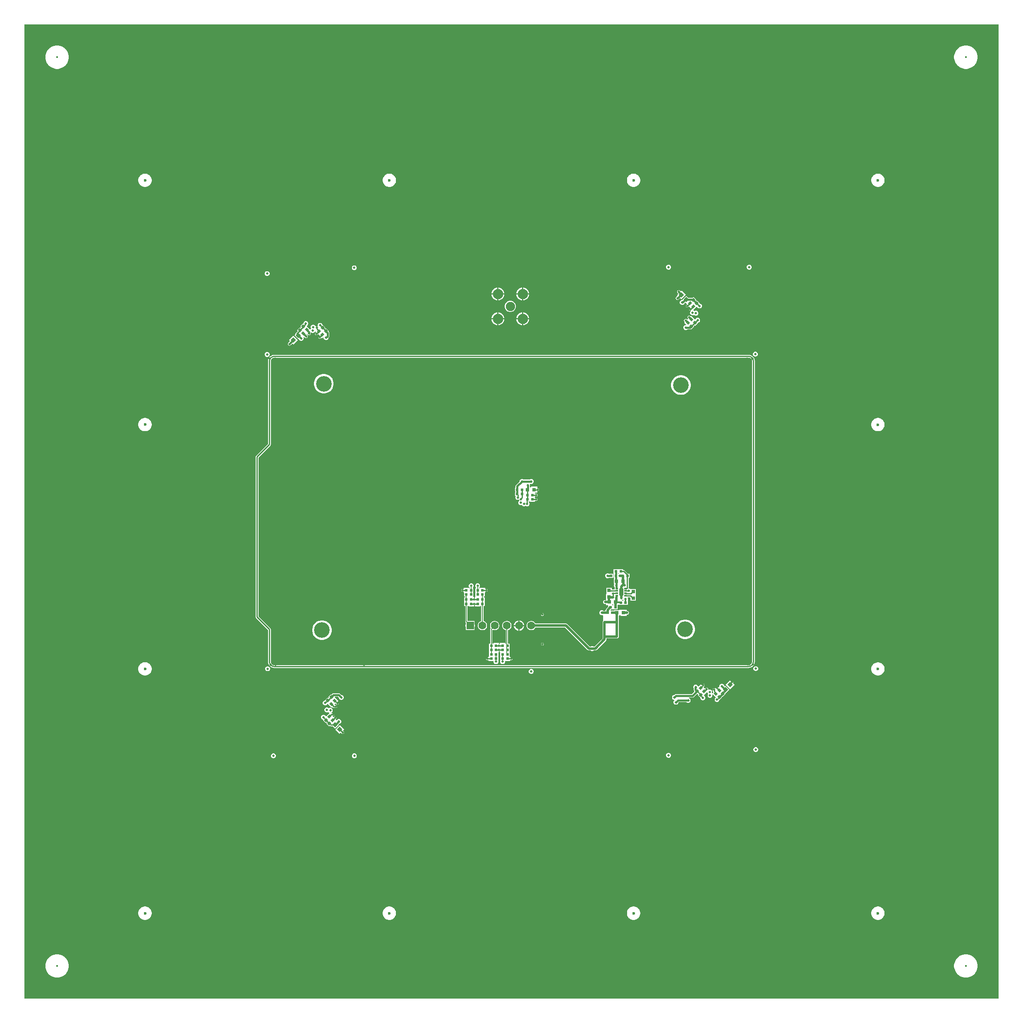
<source format=gbr>
G04*
G04 #@! TF.GenerationSoftware,Altium Limited,Altium Designer,25.0.2 (28)*
G04*
G04 Layer_Physical_Order=4*
G04 Layer_Color=16711680*
%FSLAX24Y24*%
%MOIN*%
G70*
G04*
G04 #@! TF.SameCoordinates,4B7BC283-7035-4C9F-97D5-5998C8FB6373*
G04*
G04*
G04 #@! TF.FilePolarity,Positive*
G04*
G01*
G75*
%ADD10C,0.0059*%
%ADD14R,0.0236X0.0217*%
G04:AMPARAMS|DCode=20|XSize=19.7mil|YSize=23.6mil|CornerRadius=0mil|HoleSize=0mil|Usage=FLASHONLY|Rotation=135.000|XOffset=0mil|YOffset=0mil|HoleType=Round|Shape=Rectangle|*
%AMROTATEDRECTD20*
4,1,4,0.0153,0.0014,-0.0014,-0.0153,-0.0153,-0.0014,0.0014,0.0153,0.0153,0.0014,0.0*
%
%ADD20ROTATEDRECTD20*%

G04:AMPARAMS|DCode=22|XSize=19.7mil|YSize=23.6mil|CornerRadius=0mil|HoleSize=0mil|Usage=FLASHONLY|Rotation=45.000|XOffset=0mil|YOffset=0mil|HoleType=Round|Shape=Rectangle|*
%AMROTATEDRECTD22*
4,1,4,0.0014,-0.0153,-0.0153,0.0014,-0.0014,0.0153,0.0153,-0.0014,0.0014,-0.0153,0.0*
%
%ADD22ROTATEDRECTD22*%

%ADD64C,0.0197*%
%ADD65C,0.0098*%
%ADD67C,0.0157*%
%ADD68C,0.0118*%
%ADD70C,0.0630*%
%ADD71R,0.0600X0.0630*%
%ADD72C,0.0748*%
%ADD73C,0.0827*%
%ADD74C,0.0157*%
%ADD75C,0.1260*%
%ADD76C,0.0197*%
%ADD77C,0.0236*%
%ADD79C,0.0100*%
%ADD80R,0.0236X0.0197*%
G04:AMPARAMS|DCode=81|XSize=11.8mil|YSize=21.7mil|CornerRadius=3mil|HoleSize=0mil|Usage=FLASHONLY|Rotation=270.000|XOffset=0mil|YOffset=0mil|HoleType=Round|Shape=RoundedRectangle|*
%AMROUNDEDRECTD81*
21,1,0.0118,0.0157,0,0,270.0*
21,1,0.0059,0.0217,0,0,270.0*
1,1,0.0059,-0.0079,-0.0030*
1,1,0.0059,-0.0079,0.0030*
1,1,0.0059,0.0079,0.0030*
1,1,0.0059,0.0079,-0.0030*
%
%ADD81ROUNDEDRECTD81*%
G04:AMPARAMS|DCode=82|XSize=63mil|YSize=33.5mil|CornerRadius=8.4mil|HoleSize=0mil|Usage=FLASHONLY|Rotation=270.000|XOffset=0mil|YOffset=0mil|HoleType=Round|Shape=RoundedRectangle|*
%AMROUNDEDRECTD82*
21,1,0.0630,0.0167,0,0,270.0*
21,1,0.0463,0.0335,0,0,270.0*
1,1,0.0167,-0.0084,-0.0231*
1,1,0.0167,-0.0084,0.0231*
1,1,0.0167,0.0084,0.0231*
1,1,0.0167,0.0084,-0.0231*
%
%ADD82ROUNDEDRECTD82*%
%ADD83R,0.0295X0.0315*%
G04:AMPARAMS|DCode=84|XSize=31.5mil|YSize=29.5mil|CornerRadius=0mil|HoleSize=0mil|Usage=FLASHONLY|Rotation=225.000|XOffset=0mil|YOffset=0mil|HoleType=Round|Shape=Rectangle|*
%AMROTATEDRECTD84*
4,1,4,0.0007,0.0216,0.0216,0.0007,-0.0007,-0.0216,-0.0216,-0.0007,0.0007,0.0216,0.0*
%
%ADD84ROTATEDRECTD84*%

G04:AMPARAMS|DCode=85|XSize=31.5mil|YSize=29.5mil|CornerRadius=0mil|HoleSize=0mil|Usage=FLASHONLY|Rotation=135.000|XOffset=0mil|YOffset=0mil|HoleType=Round|Shape=Rectangle|*
%AMROTATEDRECTD85*
4,1,4,0.0216,-0.0007,0.0007,-0.0216,-0.0216,0.0007,-0.0007,0.0216,0.0216,-0.0007,0.0*
%
%ADD85ROTATEDRECTD85*%

%ADD86R,0.0315X0.0295*%
G36*
X78604Y105D02*
X105D01*
Y78604D01*
X78604D01*
Y105D01*
D02*
G37*
%LPC*%
G36*
X76062Y76913D02*
X75875D01*
X75693Y76877D01*
X75521Y76806D01*
X75366Y76702D01*
X75235Y76571D01*
X75131Y76416D01*
X75060Y76244D01*
X75024Y76062D01*
Y75875D01*
X75060Y75693D01*
X75131Y75521D01*
X75235Y75366D01*
X75366Y75235D01*
X75521Y75131D01*
X75693Y75060D01*
X75875Y75024D01*
X76062D01*
X76244Y75060D01*
X76416Y75131D01*
X76571Y75235D01*
X76702Y75366D01*
X76806Y75521D01*
X76877Y75693D01*
X76913Y75875D01*
Y76062D01*
X76877Y76244D01*
X76806Y76416D01*
X76702Y76571D01*
X76571Y76702D01*
X76416Y76806D01*
X76244Y76877D01*
X76062Y76913D01*
D02*
G37*
G36*
X2833D02*
X2647D01*
X2465Y76877D01*
X2293Y76806D01*
X2138Y76702D01*
X2006Y76571D01*
X1903Y76416D01*
X1832Y76244D01*
X1795Y76062D01*
Y75875D01*
X1832Y75693D01*
X1903Y75521D01*
X2006Y75366D01*
X2138Y75235D01*
X2293Y75131D01*
X2465Y75060D01*
X2647Y75024D01*
X2833D01*
X3016Y75060D01*
X3188Y75131D01*
X3342Y75235D01*
X3474Y75366D01*
X3577Y75521D01*
X3649Y75693D01*
X3685Y75875D01*
Y76062D01*
X3649Y76244D01*
X3577Y76416D01*
X3474Y76571D01*
X3342Y76702D01*
X3188Y76806D01*
X3016Y76877D01*
X2833Y76913D01*
D02*
G37*
G36*
X9880Y66583D02*
X9774D01*
X9670Y66563D01*
X9573Y66522D01*
X9485Y66464D01*
X9410Y66389D01*
X9352Y66301D01*
X9311Y66204D01*
X9291Y66100D01*
Y65994D01*
X9311Y65891D01*
X9352Y65793D01*
X9410Y65706D01*
X9485Y65631D01*
X9573Y65572D01*
X9670Y65532D01*
X9774Y65511D01*
X9880D01*
X9983Y65532D01*
X10081Y65572D01*
X10168Y65631D01*
X10243Y65706D01*
X10302Y65793D01*
X10342Y65891D01*
X10363Y65994D01*
Y66100D01*
X10342Y66204D01*
X10302Y66301D01*
X10243Y66389D01*
X10168Y66464D01*
X10081Y66522D01*
X9983Y66563D01*
X9880Y66583D01*
D02*
G37*
G36*
X68935Y66583D02*
X68829D01*
X68726Y66563D01*
X68628Y66522D01*
X68540Y66464D01*
X68465Y66389D01*
X68407Y66301D01*
X68366Y66204D01*
X68346Y66100D01*
Y65994D01*
X68366Y65891D01*
X68407Y65793D01*
X68465Y65706D01*
X68540Y65631D01*
X68628Y65572D01*
X68726Y65532D01*
X68829Y65511D01*
X68935D01*
X69038Y65532D01*
X69136Y65572D01*
X69224Y65631D01*
X69298Y65706D01*
X69357Y65793D01*
X69397Y65891D01*
X69418Y65994D01*
Y66100D01*
X69397Y66204D01*
X69357Y66301D01*
X69298Y66389D01*
X69224Y66464D01*
X69136Y66522D01*
X69038Y66563D01*
X68935Y66583D01*
D02*
G37*
G36*
X49250D02*
X49144D01*
X49040Y66563D01*
X48943Y66522D01*
X48855Y66464D01*
X48780Y66389D01*
X48722Y66301D01*
X48681Y66204D01*
X48661Y66100D01*
Y65994D01*
X48681Y65891D01*
X48722Y65793D01*
X48780Y65706D01*
X48855Y65631D01*
X48943Y65572D01*
X49040Y65532D01*
X49144Y65511D01*
X49250D01*
X49353Y65532D01*
X49451Y65572D01*
X49539Y65631D01*
X49613Y65706D01*
X49672Y65793D01*
X49712Y65891D01*
X49733Y65994D01*
Y66100D01*
X49712Y66204D01*
X49672Y66301D01*
X49613Y66389D01*
X49539Y66464D01*
X49451Y66522D01*
X49353Y66563D01*
X49250Y66583D01*
D02*
G37*
G36*
X29565D02*
X29459D01*
X29355Y66563D01*
X29258Y66522D01*
X29170Y66464D01*
X29095Y66389D01*
X29037Y66301D01*
X28996Y66204D01*
X28976Y66100D01*
Y65994D01*
X28996Y65891D01*
X29037Y65793D01*
X29095Y65706D01*
X29170Y65631D01*
X29258Y65572D01*
X29355Y65532D01*
X29459Y65511D01*
X29565D01*
X29668Y65532D01*
X29766Y65572D01*
X29854Y65631D01*
X29928Y65706D01*
X29987Y65793D01*
X30027Y65891D01*
X30048Y65994D01*
Y66100D01*
X30027Y66204D01*
X29987Y66301D01*
X29928Y66389D01*
X29854Y66464D01*
X29766Y66522D01*
X29668Y66563D01*
X29565Y66583D01*
D02*
G37*
G36*
X52060Y59249D02*
X51982D01*
X51910Y59219D01*
X51854Y59164D01*
X51824Y59091D01*
Y59013D01*
X51854Y58941D01*
X51910Y58885D01*
X51982Y58855D01*
X52060D01*
X52133Y58885D01*
X52188Y58941D01*
X52218Y59013D01*
Y59091D01*
X52188Y59164D01*
X52133Y59219D01*
X52060Y59249D01*
D02*
G37*
G36*
X58560Y59246D02*
X58482D01*
X58410Y59216D01*
X58354Y59161D01*
X58324Y59089D01*
Y59010D01*
X58354Y58938D01*
X58410Y58883D01*
X58482Y58853D01*
X58560D01*
X58633Y58883D01*
X58688Y58938D01*
X58718Y59010D01*
Y59089D01*
X58688Y59161D01*
X58633Y59216D01*
X58560Y59246D01*
D02*
G37*
G36*
X26730Y59190D02*
X26652D01*
X26580Y59160D01*
X26524Y59105D01*
X26494Y59033D01*
Y58954D01*
X26524Y58882D01*
X26580Y58827D01*
X26652Y58797D01*
X26730D01*
X26803Y58827D01*
X26858Y58882D01*
X26888Y58954D01*
Y59033D01*
X26858Y59105D01*
X26803Y59160D01*
X26730Y59190D01*
D02*
G37*
G36*
X19705Y58725D02*
X19627D01*
X19555Y58695D01*
X19499Y58640D01*
X19469Y58567D01*
Y58489D01*
X19499Y58417D01*
X19555Y58361D01*
X19627Y58331D01*
X19705D01*
X19778Y58361D01*
X19833Y58417D01*
X19863Y58489D01*
Y58567D01*
X19833Y58640D01*
X19778Y58695D01*
X19705Y58725D01*
D02*
G37*
G36*
X38327Y57398D02*
X38309D01*
Y56935D01*
X38772D01*
Y56953D01*
X38737Y57083D01*
X38669Y57200D01*
X38574Y57295D01*
X38457Y57363D01*
X38327Y57398D01*
D02*
G37*
G36*
X40327D02*
X40309D01*
Y56935D01*
X40772D01*
Y56953D01*
X40737Y57083D01*
X40669Y57200D01*
X40574Y57295D01*
X40457Y57363D01*
X40327Y57398D01*
D02*
G37*
G36*
X38211D02*
X38192D01*
X38062Y57363D01*
X37946Y57295D01*
X37850Y57200D01*
X37783Y57083D01*
X37748Y56953D01*
Y56935D01*
X38211D01*
Y57398D01*
D02*
G37*
G36*
X40211D02*
X40192D01*
X40062Y57363D01*
X39946Y57295D01*
X39850Y57200D01*
X39783Y57083D01*
X39748Y56953D01*
Y56935D01*
X40211D01*
Y57398D01*
D02*
G37*
G36*
X52846Y57203D02*
X52793Y57192D01*
X52747Y57161D01*
X52717Y57116D01*
X52706Y57062D01*
Y57051D01*
X52717Y56998D01*
X52747Y56952D01*
X52793Y56906D01*
X52697Y56810D01*
X52743Y56764D01*
X52629Y56650D01*
X52599Y56604D01*
X52588Y56550D01*
X52599Y56497D01*
X52629Y56451D01*
X52675Y56420D01*
X52728Y56410D01*
X52782Y56420D01*
X52828Y56451D01*
X52942Y56565D01*
X53045Y56462D01*
X53407Y56824D01*
X53059Y57172D01*
X53000Y57112D01*
X52965Y57133D01*
X52946Y57161D01*
X52900Y57192D01*
X52846Y57203D01*
D02*
G37*
G36*
X40772Y56837D02*
X40309D01*
Y56374D01*
X40327D01*
X40457Y56409D01*
X40574Y56476D01*
X40669Y56572D01*
X40737Y56688D01*
X40772Y56818D01*
Y56837D01*
D02*
G37*
G36*
X40211D02*
X39748D01*
Y56818D01*
X39783Y56688D01*
X39850Y56572D01*
X39946Y56476D01*
X40062Y56409D01*
X40192Y56374D01*
X40211D01*
Y56837D01*
D02*
G37*
G36*
X38772D02*
X38309D01*
Y56374D01*
X38327D01*
X38457Y56409D01*
X38574Y56476D01*
X38669Y56572D01*
X38737Y56688D01*
X38772Y56818D01*
Y56837D01*
D02*
G37*
G36*
X38211D02*
X37748D01*
Y56818D01*
X37783Y56688D01*
X37850Y56572D01*
X37946Y56476D01*
X38062Y56409D01*
X38192Y56374D01*
X38211D01*
Y56837D01*
D02*
G37*
G36*
X53435Y56740D02*
X53129Y56434D01*
X53131Y56432D01*
X53114Y56393D01*
X53083D01*
X53011Y56363D01*
X52955Y56307D01*
X52925Y56235D01*
Y56157D01*
X52955Y56084D01*
X53011Y56029D01*
X53083Y55999D01*
X53161D01*
X53234Y56029D01*
X53289Y56084D01*
X53319Y56157D01*
Y56159D01*
X53354Y56194D01*
X53369D01*
X53413Y56150D01*
X53439Y56122D01*
Y56122D01*
X53500Y56060D01*
X53438Y55998D01*
X53414Y55963D01*
X53405Y55920D01*
X53414Y55878D01*
X53438Y55842D01*
X53474Y55818D01*
X53516Y55810D01*
X53558Y55818D01*
X53594Y55842D01*
X53656Y55904D01*
X53775Y55785D01*
X53713Y55723D01*
X53713Y55723D01*
X53689Y55687D01*
X53681Y55645D01*
X53689Y55603D01*
X53713Y55567D01*
X53749Y55543D01*
X53782Y55536D01*
X53795Y55509D01*
X53797Y55496D01*
X53782Y55481D01*
X53752Y55408D01*
Y55330D01*
X53782Y55258D01*
X53837Y55202D01*
X53910Y55172D01*
X53988D01*
X54060Y55202D01*
X54067Y55209D01*
X54113Y55163D01*
X54185Y55133D01*
X54264D01*
X54336Y55163D01*
X54391Y55218D01*
X54421Y55291D01*
Y55369D01*
X54391Y55441D01*
X54336Y55497D01*
X54264Y55527D01*
X54185D01*
X54113Y55497D01*
X54106Y55490D01*
X54060Y55536D01*
X54029Y55549D01*
X54020Y55595D01*
X54274Y55849D01*
X54321Y55840D01*
X54332Y55813D01*
X54387Y55757D01*
X54460Y55728D01*
X54538D01*
X54610Y55757D01*
X54666Y55813D01*
X54696Y55885D01*
Y55964D01*
X54666Y56036D01*
X54610Y56091D01*
X54544Y56119D01*
X54521Y56152D01*
Y56152D01*
X54299Y56375D01*
X54273Y56349D01*
X54220Y56402D01*
X54246Y56428D01*
X54023Y56651D01*
X53954Y56582D01*
X53919Y56589D01*
X53587D01*
X53435Y56740D01*
D02*
G37*
G36*
X39319Y56339D02*
X39200D01*
X39085Y56308D01*
X38982Y56248D01*
X38898Y56164D01*
X38838Y56061D01*
X38807Y55945D01*
Y55826D01*
X38838Y55711D01*
X38898Y55608D01*
X38982Y55524D01*
X39085Y55464D01*
X39200Y55433D01*
X39319D01*
X39435Y55464D01*
X39538Y55524D01*
X39622Y55608D01*
X39682Y55711D01*
X39713Y55826D01*
Y55945D01*
X39682Y56061D01*
X39622Y56164D01*
X39538Y56248D01*
X39435Y56308D01*
X39319Y56339D01*
D02*
G37*
G36*
X38327Y55398D02*
X38309D01*
Y54935D01*
X38772D01*
Y54953D01*
X38737Y55083D01*
X38669Y55200D01*
X38574Y55295D01*
X38457Y55363D01*
X38327Y55398D01*
D02*
G37*
G36*
X40327D02*
X40309D01*
Y54935D01*
X40772D01*
Y54953D01*
X40737Y55083D01*
X40669Y55200D01*
X40574Y55295D01*
X40457Y55363D01*
X40327Y55398D01*
D02*
G37*
G36*
X38211D02*
X38192D01*
X38062Y55363D01*
X37946Y55295D01*
X37850Y55200D01*
X37783Y55083D01*
X37748Y54953D01*
Y54935D01*
X38211D01*
Y55398D01*
D02*
G37*
G36*
X40211D02*
X40192D01*
X40062Y55363D01*
X39946Y55295D01*
X39850Y55200D01*
X39783Y55083D01*
X39748Y54953D01*
Y54935D01*
X40211D01*
Y55398D01*
D02*
G37*
G36*
X53673Y55155D02*
X53619Y55145D01*
X53574Y55114D01*
X53543Y55069D01*
X53533Y55015D01*
X53543Y54961D01*
X53574Y54915D01*
X53597Y54893D01*
X53520Y54816D01*
X53497Y54839D01*
X53451Y54869D01*
X53398Y54880D01*
X53344Y54869D01*
X53298Y54839D01*
X53268Y54793D01*
X53257Y54739D01*
X53268Y54685D01*
X53298Y54640D01*
X53321Y54617D01*
X53281Y54577D01*
X53434Y54424D01*
X53418Y54385D01*
X53358D01*
X53286Y54355D01*
X53231Y54300D01*
X53201Y54227D01*
Y54149D01*
X53231Y54077D01*
X53286Y54021D01*
X53358Y53991D01*
X53437D01*
X53509Y54021D01*
X53536Y54048D01*
X53727D01*
X53781Y54058D01*
X53826Y54088D01*
X53866Y54048D01*
X54088Y54271D01*
X54041Y54318D01*
X54094Y54371D01*
X54141Y54324D01*
X54364Y54547D01*
Y54547D01*
X54378Y54580D01*
X54398D01*
X54470Y54610D01*
X54526Y54666D01*
X54556Y54738D01*
Y54816D01*
X54526Y54889D01*
X54470Y54944D01*
X54398Y54974D01*
X54320D01*
X54247Y54944D01*
X54192Y54889D01*
X54173Y54843D01*
X54128Y54838D01*
X53835Y55131D01*
X53795Y55092D01*
X53773Y55114D01*
X53727Y55145D01*
X53673Y55155D01*
D02*
G37*
G36*
X40772Y54837D02*
X40309D01*
Y54374D01*
X40327D01*
X40457Y54409D01*
X40574Y54476D01*
X40669Y54572D01*
X40737Y54688D01*
X40772Y54818D01*
Y54837D01*
D02*
G37*
G36*
X40211D02*
X39748D01*
Y54818D01*
X39783Y54688D01*
X39850Y54572D01*
X39946Y54476D01*
X40062Y54409D01*
X40192Y54374D01*
X40211D01*
Y54837D01*
D02*
G37*
G36*
X38772D02*
X38309D01*
Y54374D01*
X38327D01*
X38457Y54409D01*
X38574Y54476D01*
X38669Y54572D01*
X38737Y54688D01*
X38772Y54818D01*
Y54837D01*
D02*
G37*
G36*
X38211D02*
X37748D01*
Y54818D01*
X37783Y54688D01*
X37850Y54572D01*
X37946Y54476D01*
X38062Y54409D01*
X38192Y54374D01*
X38211D01*
Y54837D01*
D02*
G37*
G36*
X22823Y54696D02*
X22745D01*
X22673Y54666D01*
X22617Y54610D01*
X22595Y54556D01*
X22575Y54525D01*
Y54525D01*
X22353Y54302D01*
X22419Y54235D01*
X22347Y54162D01*
X22300Y54210D01*
X22077Y53987D01*
X22146Y53918D01*
X21976Y53748D01*
X21952Y53712D01*
X21944Y53670D01*
X21949Y53643D01*
X21869Y53563D01*
X22175Y53257D01*
X22182Y53263D01*
X22228Y53254D01*
X22246Y53210D01*
X22302Y53155D01*
X22374Y53125D01*
X22453D01*
X22525Y53155D01*
X22580Y53210D01*
X22610Y53283D01*
Y53361D01*
X22609Y53364D01*
X22606Y53402D01*
X22646Y53442D01*
X22708Y53380D01*
X22753Y53350D01*
X22807Y53339D01*
X22861Y53350D01*
X22906Y53380D01*
X22937Y53426D01*
X22948Y53479D01*
X22937Y53533D01*
X22906Y53579D01*
X22857Y53628D01*
X22876Y53665D01*
X22914Y53657D01*
X22936Y53624D01*
X22944Y53616D01*
X22990Y53586D01*
X23043Y53575D01*
X23097Y53586D01*
X23143Y53616D01*
X23173Y53662D01*
X23184Y53716D01*
X23176Y53753D01*
Y53778D01*
X23216Y53794D01*
X23228Y53782D01*
X23300Y53752D01*
X23379D01*
X23451Y53782D01*
X23506Y53837D01*
X23507Y53839D01*
X23527Y53871D01*
X23563Y53871D01*
X23598Y53836D01*
Y53797D01*
X23556Y53754D01*
X23532Y53719D01*
X23523Y53676D01*
X23532Y53634D01*
X23556Y53598D01*
X23592Y53574D01*
X23634Y53566D01*
X23676Y53574D01*
X23712Y53598D01*
X23774Y53660D01*
X23893Y53541D01*
X23831Y53479D01*
X23807Y53443D01*
X23799Y53401D01*
X23807Y53358D01*
X23831Y53323D01*
X23867Y53299D01*
X23909Y53290D01*
X23952Y53299D01*
X23988Y53323D01*
X24050Y53385D01*
X24111Y53323D01*
X24185Y53398D01*
X24224Y53382D01*
Y53322D01*
X24254Y53250D01*
X24310Y53194D01*
X24382Y53164D01*
X24460D01*
X24533Y53194D01*
X24588Y53250D01*
X24618Y53322D01*
Y53370D01*
X24639Y53391D01*
X24669Y53436D01*
X24680Y53490D01*
Y53755D01*
X24669Y53809D01*
X24639Y53854D01*
X24612Y53881D01*
X24640Y53908D01*
X24417Y54131D01*
X24370Y54084D01*
X24317Y54136D01*
X24364Y54184D01*
X24141Y54406D01*
X24141Y54406D01*
Y54406D01*
X24113Y54434D01*
X24098Y54470D01*
X24043Y54526D01*
X23971Y54556D01*
X23892D01*
X23820Y54526D01*
X23765Y54470D01*
X23735Y54398D01*
Y54323D01*
X23731Y54317D01*
X23728Y54314D01*
X23703Y54292D01*
X23673Y54298D01*
X23631Y54290D01*
X23612Y54277D01*
X23568Y54287D01*
X23565Y54290D01*
X23546Y54336D01*
X23490Y54391D01*
X23418Y54421D01*
X23340D01*
X23267Y54391D01*
X23212Y54336D01*
X23182Y54264D01*
Y54185D01*
X23212Y54113D01*
X23219Y54106D01*
X23173Y54060D01*
X23163Y54038D01*
X23125Y54031D01*
X22875Y54281D01*
X22884Y54327D01*
X22896Y54332D01*
X22951Y54387D01*
X22981Y54460D01*
Y54538D01*
X22951Y54610D01*
X22896Y54666D01*
X22823Y54696D01*
D02*
G37*
G36*
X21785Y53535D02*
X21437Y53187D01*
X21519Y53105D01*
X21372Y52958D01*
X21341Y52912D01*
X21330Y52859D01*
X21341Y52805D01*
X21372Y52759D01*
X21417Y52729D01*
X21471Y52718D01*
X21525Y52729D01*
X21570Y52759D01*
X21718Y52907D01*
X21799Y52825D01*
X22147Y53173D01*
X21785Y53535D01*
D02*
G37*
G36*
X59047Y52228D02*
X58968D01*
X58896Y52198D01*
X58841Y52143D01*
X58811Y52070D01*
Y51992D01*
X58841Y51920D01*
X58896Y51864D01*
X58968Y51834D01*
X59047D01*
X59119Y51864D01*
X59174Y51920D01*
X59204Y51992D01*
Y52070D01*
X59174Y52143D01*
X59119Y52198D01*
X59047Y52228D01*
D02*
G37*
G36*
X19703Y52211D02*
X19624D01*
X19552Y52181D01*
X19497Y52126D01*
X19467Y52053D01*
Y51975D01*
X19497Y51903D01*
X19552Y51847D01*
X19624Y51817D01*
X19703D01*
X19775Y51847D01*
X19830Y51903D01*
X19860Y51975D01*
Y52053D01*
X19830Y52126D01*
X19775Y52181D01*
X19703Y52211D01*
D02*
G37*
G36*
X9880Y46898D02*
X9774D01*
X9670Y46878D01*
X9573Y46837D01*
X9485Y46779D01*
X9410Y46704D01*
X9352Y46616D01*
X9311Y46519D01*
X9291Y46415D01*
Y46309D01*
X9311Y46206D01*
X9352Y46108D01*
X9410Y46020D01*
X9485Y45946D01*
X9573Y45887D01*
X9670Y45847D01*
X9774Y45826D01*
X9880D01*
X9983Y45847D01*
X10081Y45887D01*
X10168Y45946D01*
X10243Y46020D01*
X10302Y46108D01*
X10342Y46206D01*
X10363Y46309D01*
Y46415D01*
X10342Y46519D01*
X10302Y46616D01*
X10243Y46704D01*
X10168Y46779D01*
X10081Y46837D01*
X9983Y46878D01*
X9880Y46898D01*
D02*
G37*
G36*
X68935Y46898D02*
X68829D01*
X68726Y46878D01*
X68628Y46837D01*
X68540Y46779D01*
X68465Y46704D01*
X68407Y46616D01*
X68366Y46519D01*
X68346Y46415D01*
Y46309D01*
X68366Y46206D01*
X68407Y46108D01*
X68465Y46020D01*
X68540Y45946D01*
X68628Y45887D01*
X68726Y45847D01*
X68829Y45826D01*
X68935D01*
X69038Y45847D01*
X69136Y45887D01*
X69224Y45946D01*
X69298Y46020D01*
X69357Y46108D01*
X69397Y46206D01*
X69418Y46309D01*
Y46415D01*
X69397Y46519D01*
X69357Y46616D01*
X69298Y46704D01*
X69224Y46779D01*
X69136Y46837D01*
X69038Y46878D01*
X68935Y46898D01*
D02*
G37*
G36*
X20254Y51982D02*
X20121Y51964D01*
X19998Y51913D01*
X19891Y51831D01*
X19810Y51725D01*
X19758Y51601D01*
X19741Y51468D01*
X19743D01*
Y44814D01*
X18776Y43847D01*
X18752Y43811D01*
X18743Y43768D01*
X18743Y43768D01*
Y30868D01*
X18743Y30868D01*
X18752Y30826D01*
X18776Y30790D01*
X19743Y29822D01*
Y27309D01*
X19742Y27270D01*
X19741Y27263D01*
X19745Y27232D01*
X19758Y27132D01*
X19809Y27009D01*
X19890Y26904D01*
X19995Y26823D01*
X20118Y26772D01*
X20243Y26756D01*
X20243Y26756D01*
X20244Y26757D01*
X20244Y26757D01*
X58454Y26757D01*
Y26755D01*
X58587Y26772D01*
X58711Y26823D01*
X58817Y26905D01*
X58899Y27011D01*
X58950Y27135D01*
X58968Y27268D01*
X58968D01*
X58966Y27308D01*
X58966Y51478D01*
X58967Y51480D01*
X58967Y51480D01*
X58950Y51605D01*
X58900Y51727D01*
X58819Y51833D01*
X58714Y51913D01*
X58591Y51964D01*
X58491Y51977D01*
X58459Y51982D01*
X58453Y51981D01*
X58414Y51979D01*
X20254D01*
Y51982D01*
D02*
G37*
G36*
X59084Y26891D02*
X59006D01*
X58934Y26861D01*
X58878Y26806D01*
X58848Y26734D01*
Y26655D01*
X58878Y26583D01*
X58934Y26528D01*
X59006Y26498D01*
X59084D01*
X59157Y26528D01*
X59212Y26583D01*
X59242Y26655D01*
Y26734D01*
X59212Y26806D01*
X59157Y26861D01*
X59084Y26891D01*
D02*
G37*
G36*
X19754Y26888D02*
X19676D01*
X19604Y26858D01*
X19548Y26803D01*
X19518Y26730D01*
Y26652D01*
X19548Y26580D01*
X19604Y26524D01*
X19676Y26494D01*
X19754D01*
X19827Y26524D01*
X19882Y26580D01*
X19912Y26652D01*
Y26730D01*
X19882Y26803D01*
X19827Y26858D01*
X19754Y26888D01*
D02*
G37*
G36*
X40987Y26663D02*
X40909D01*
X40837Y26633D01*
X40781Y26577D01*
X40751Y26505D01*
Y26427D01*
X40781Y26354D01*
X40837Y26299D01*
X40909Y26269D01*
X40987D01*
X41060Y26299D01*
X41115Y26354D01*
X41145Y26427D01*
Y26505D01*
X41115Y26577D01*
X41060Y26633D01*
X40987Y26663D01*
D02*
G37*
G36*
X9880Y27213D02*
X9774D01*
X9670Y27193D01*
X9573Y27152D01*
X9485Y27094D01*
X9410Y27019D01*
X9352Y26931D01*
X9311Y26834D01*
X9291Y26730D01*
Y26624D01*
X9311Y26521D01*
X9352Y26423D01*
X9410Y26335D01*
X9485Y26261D01*
X9573Y26202D01*
X9670Y26162D01*
X9774Y26141D01*
X9880D01*
X9983Y26162D01*
X10081Y26202D01*
X10168Y26261D01*
X10243Y26335D01*
X10302Y26423D01*
X10342Y26521D01*
X10363Y26624D01*
Y26730D01*
X10342Y26834D01*
X10302Y26931D01*
X10243Y27019D01*
X10168Y27094D01*
X10081Y27152D01*
X9983Y27193D01*
X9880Y27213D01*
D02*
G37*
G36*
X68935Y27213D02*
X68829D01*
X68726Y27192D01*
X68628Y27152D01*
X68540Y27093D01*
X68465Y27018D01*
X68407Y26931D01*
X68366Y26833D01*
X68346Y26730D01*
Y26624D01*
X68366Y26520D01*
X68407Y26423D01*
X68465Y26335D01*
X68540Y26260D01*
X68628Y26202D01*
X68726Y26161D01*
X68829Y26141D01*
X68935D01*
X69038Y26161D01*
X69136Y26202D01*
X69224Y26260D01*
X69298Y26335D01*
X69357Y26423D01*
X69397Y26520D01*
X69418Y26624D01*
Y26730D01*
X69397Y26833D01*
X69357Y26931D01*
X69298Y27018D01*
X69224Y27093D01*
X69136Y27152D01*
X69038Y27192D01*
X68935Y27213D01*
D02*
G37*
G36*
X57138Y25755D02*
X57096Y25747D01*
X57060Y25723D01*
X57028Y25691D01*
X56964Y25755D01*
X56616Y25407D01*
X56978Y25045D01*
X57326Y25393D01*
X57184Y25535D01*
X57216Y25567D01*
X57240Y25603D01*
X57248Y25645D01*
X57240Y25687D01*
X57216Y25723D01*
X57180Y25747D01*
X57138Y25755D01*
D02*
G37*
G36*
X56350Y25487D02*
X56272D01*
X56200Y25457D01*
X56144Y25402D01*
X56114Y25330D01*
Y25270D01*
X56079Y25249D01*
X56079Y25249D01*
X56079Y25249D01*
X56018Y25188D01*
X55956Y25250D01*
X55920Y25274D01*
X55878Y25283D01*
X55836Y25274D01*
X55800Y25250D01*
X55776Y25215D01*
X55768Y25172D01*
X55776Y25130D01*
X55777Y25128D01*
X55749Y25100D01*
X55723Y25117D01*
X55681Y25125D01*
X55639Y25117D01*
X55603Y25093D01*
X55579Y25057D01*
X55571Y25015D01*
X55579Y24973D01*
X55590Y24957D01*
Y24869D01*
X55598Y24827D01*
X55621Y24792D01*
X55536Y24707D01*
X55503Y24729D01*
X55524Y24779D01*
Y24857D01*
X55494Y24929D01*
X55438Y24985D01*
X55366Y25015D01*
X55288D01*
X55224Y24989D01*
X55201Y25006D01*
X55197Y25010D01*
X55193Y25015D01*
X55201Y25054D01*
X55193Y25096D01*
X55169Y25132D01*
X55133Y25156D01*
X55091Y25165D01*
X55048Y25156D01*
X55012Y25132D01*
X54982Y25102D01*
X54943Y25102D01*
X54909Y25135D01*
X54892Y25168D01*
X54851Y25209D01*
X54851Y25249D01*
X54893Y25291D01*
X54917Y25327D01*
X54925Y25369D01*
X54917Y25411D01*
X54893Y25447D01*
X54857Y25471D01*
X54815Y25480D01*
X54773Y25471D01*
X54737Y25447D01*
X54675Y25385D01*
X54614Y25446D01*
X54426Y25258D01*
X54382Y25270D01*
X54359Y25323D01*
X54304Y25379D01*
X54232Y25409D01*
X54153D01*
X54081Y25379D01*
X54026Y25323D01*
X53996Y25251D01*
Y25173D01*
X54026Y25100D01*
X54045Y25081D01*
Y25015D01*
X54055Y24961D01*
X54086Y24915D01*
X54112Y24889D01*
X54085Y24862D01*
X54097Y24850D01*
X53889Y24642D01*
X52606D01*
X52552Y24631D01*
X52506Y24601D01*
X52490Y24584D01*
X52453D01*
X52381Y24555D01*
X52325Y24499D01*
X52295Y24427D01*
Y24348D01*
X52325Y24276D01*
X52381Y24221D01*
X52453Y24191D01*
X52477D01*
X52481Y24183D01*
X52489Y24151D01*
X52440Y24103D01*
X52410Y24030D01*
Y23952D01*
X52440Y23880D01*
X52496Y23824D01*
X52568Y23794D01*
X52646D01*
X52719Y23824D01*
X52774Y23880D01*
X52804Y23952D01*
Y23979D01*
X52819Y23994D01*
X53457D01*
X53483Y23967D01*
X53555Y23937D01*
X53634D01*
X53706Y23967D01*
X53761Y24023D01*
X53791Y24095D01*
Y24173D01*
X53761Y24246D01*
X53706Y24301D01*
X53657Y24321D01*
X53665Y24361D01*
X53947D01*
X54001Y24371D01*
X54046Y24402D01*
X54296Y24651D01*
X54308Y24639D01*
X54355Y24686D01*
X54419Y24622D01*
X54363Y24567D01*
X54580Y24351D01*
Y24311D01*
X54610Y24238D01*
X54666Y24183D01*
X54738Y24153D01*
X54816D01*
X54889Y24183D01*
X54944Y24238D01*
X54974Y24311D01*
Y24389D01*
X54944Y24461D01*
X54889Y24517D01*
X54874Y24523D01*
X54865Y24567D01*
X55094Y24796D01*
X55130Y24781D01*
Y24779D01*
X55160Y24706D01*
X55202Y24664D01*
X55191Y24653D01*
X55161Y24580D01*
Y24502D01*
X55191Y24430D01*
X55247Y24374D01*
X55319Y24344D01*
X55397D01*
X55470Y24374D01*
X55525Y24430D01*
X55555Y24502D01*
Y24580D01*
X55534Y24631D01*
X55567Y24654D01*
X55805Y24416D01*
X55813Y24377D01*
X55802Y24366D01*
X55757Y24321D01*
X55728Y24249D01*
Y24171D01*
X55757Y24098D01*
X55813Y24043D01*
X55885Y24013D01*
X55964D01*
X56036Y24043D01*
X56091Y24098D01*
X56121Y24171D01*
Y24178D01*
X56333Y24389D01*
X56307Y24415D01*
X56359Y24468D01*
X56385Y24442D01*
X56608Y24665D01*
X56577Y24696D01*
X56603Y24725D01*
X56895Y25017D01*
X56589Y25323D01*
X56537Y25272D01*
X56508Y25301D01*
Y25330D01*
X56478Y25402D01*
X56423Y25457D01*
X56350Y25487D01*
D02*
G37*
G36*
X25434Y24722D02*
X25001D01*
X24947Y24712D01*
X24901Y24681D01*
X24838Y24618D01*
X24819Y24637D01*
X24597Y24414D01*
X24644Y24367D01*
X24594Y24317D01*
X24544Y24367D01*
X24321Y24144D01*
X24321D01*
X24292Y24120D01*
X24238Y24098D01*
X24183Y24043D01*
X24153Y23971D01*
Y23892D01*
X24183Y23820D01*
X24238Y23765D01*
X24311Y23735D01*
X24389D01*
X24461Y23765D01*
X24517Y23820D01*
X24522Y23832D01*
X24568Y23841D01*
X24850Y23560D01*
X24911Y23621D01*
X24954Y23578D01*
X24990Y23554D01*
X25032Y23545D01*
X25151D01*
X25166Y23535D01*
X25209Y23526D01*
X25251Y23535D01*
X25287Y23559D01*
X25311Y23595D01*
X25319Y23637D01*
X25311Y23679D01*
X25287Y23715D01*
X25268Y23734D01*
X25232Y23758D01*
X25190Y23766D01*
X25112D01*
X25096Y23805D01*
X25123Y23833D01*
X25126Y23830D01*
X25189Y23894D01*
X25249Y23834D01*
X25285Y23810D01*
X25327Y23802D01*
X25369Y23810D01*
X25405Y23834D01*
X25429Y23870D01*
X25437Y23912D01*
X25429Y23955D01*
X25405Y23991D01*
X25346Y24050D01*
X25404Y24108D01*
X25110Y24402D01*
X25127Y24441D01*
X25376D01*
X25445Y24372D01*
Y24346D01*
X25475Y24273D01*
X25530Y24218D01*
X25603Y24188D01*
X25681D01*
X25753Y24218D01*
X25809Y24273D01*
X25839Y24346D01*
Y24424D01*
X25809Y24496D01*
X25753Y24552D01*
X25681Y24582D01*
X25633D01*
X25534Y24681D01*
X25488Y24712D01*
X25434Y24722D01*
D02*
G37*
G36*
X24523Y23576D02*
X24445D01*
X24373Y23546D01*
X24317Y23490D01*
X24287Y23418D01*
Y23340D01*
X24317Y23267D01*
X24373Y23212D01*
X24445Y23182D01*
X24523D01*
X24596Y23212D01*
X24602Y23219D01*
X24648Y23173D01*
X24656Y23169D01*
X24683Y23144D01*
Y23144D01*
X24683D01*
X24684Y23115D01*
X24672Y23103D01*
X24428Y22859D01*
X24389Y22866D01*
X24377Y22896D01*
X24321Y22951D01*
X24249Y22981D01*
X24171D01*
X24098Y22951D01*
X24043Y22896D01*
X24013Y22823D01*
Y22745D01*
X24043Y22673D01*
X24098Y22617D01*
X24161Y22592D01*
X24172Y22561D01*
X24173Y22548D01*
X24164Y22539D01*
X24386Y22316D01*
X24433Y22363D01*
X24486Y22311D01*
X24439Y22263D01*
X24662Y22041D01*
X24723Y22102D01*
X24738Y22086D01*
X24774Y22062D01*
X24817Y22054D01*
X24950D01*
X25132Y21872D01*
X25438Y22178D01*
X25411Y22205D01*
X25441Y22234D01*
X25478D01*
X25551Y22264D01*
X25606Y22320D01*
X25636Y22392D01*
Y22470D01*
X25606Y22543D01*
X25551Y22598D01*
X25478Y22628D01*
X25400D01*
X25328Y22598D01*
X25277Y22547D01*
X25246Y22570D01*
X25185Y22631D01*
X25247Y22693D01*
X25271Y22729D01*
X25280Y22771D01*
X25271Y22813D01*
X25247Y22849D01*
X25212Y22873D01*
X25169Y22881D01*
X25127Y22873D01*
X25091Y22849D01*
X25029Y22787D01*
X24956Y22860D01*
X24965Y22882D01*
X24975Y22897D01*
X25015Y22905D01*
X25050Y22929D01*
X25074Y22965D01*
X25083Y23007D01*
X25074Y23049D01*
X25050Y23085D01*
X25015Y23109D01*
X24972Y23117D01*
X24854D01*
X24849Y23116D01*
X24837Y23132D01*
X24831Y23156D01*
X24832Y23156D01*
X24871Y23173D01*
X24927Y23228D01*
X24957Y23300D01*
Y23379D01*
X24927Y23451D01*
X24871Y23506D01*
X24799Y23536D01*
X24721D01*
X24648Y23506D01*
X24642Y23500D01*
X24596Y23546D01*
X24523Y23576D01*
D02*
G37*
G36*
X25522Y22150D02*
X25160Y21788D01*
X25508Y21440D01*
X25611Y21543D01*
X25682Y21472D01*
X25718Y21448D01*
X25760Y21440D01*
X25802Y21448D01*
X25838Y21472D01*
X25862Y21508D01*
X25870Y21550D01*
X25862Y21593D01*
X25838Y21628D01*
X25767Y21699D01*
X25870Y21802D01*
X25522Y22150D01*
D02*
G37*
G36*
X59082Y20377D02*
X59003D01*
X58931Y20348D01*
X58876Y20292D01*
X58846Y20220D01*
Y20141D01*
X58876Y20069D01*
X58931Y20014D01*
X59003Y19984D01*
X59082D01*
X59154Y20014D01*
X59209Y20069D01*
X59239Y20141D01*
Y20220D01*
X59209Y20292D01*
X59154Y20348D01*
X59082Y20377D01*
D02*
G37*
G36*
X52057Y19912D02*
X51978D01*
X51906Y19882D01*
X51851Y19827D01*
X51821Y19754D01*
Y19676D01*
X51851Y19604D01*
X51906Y19548D01*
X51978Y19518D01*
X52057D01*
X52129Y19548D01*
X52184Y19604D01*
X52214Y19676D01*
Y19754D01*
X52184Y19827D01*
X52129Y19882D01*
X52057Y19912D01*
D02*
G37*
G36*
X20220Y19863D02*
X20141D01*
X20069Y19833D01*
X20014Y19778D01*
X19984Y19705D01*
Y19627D01*
X20014Y19555D01*
X20069Y19499D01*
X20141Y19469D01*
X20220D01*
X20292Y19499D01*
X20348Y19555D01*
X20377Y19627D01*
Y19705D01*
X20348Y19778D01*
X20292Y19833D01*
X20220Y19863D01*
D02*
G37*
G36*
X26734Y19860D02*
X26655D01*
X26583Y19830D01*
X26528Y19775D01*
X26498Y19703D01*
Y19624D01*
X26528Y19552D01*
X26583Y19497D01*
X26655Y19467D01*
X26734D01*
X26806Y19497D01*
X26861Y19552D01*
X26891Y19624D01*
Y19703D01*
X26861Y19775D01*
X26806Y19830D01*
X26734Y19860D01*
D02*
G37*
G36*
X68935Y7528D02*
X68829D01*
X68726Y7508D01*
X68628Y7467D01*
X68540Y7409D01*
X68465Y7334D01*
X68407Y7246D01*
X68366Y7149D01*
X68346Y7045D01*
Y6939D01*
X68366Y6836D01*
X68407Y6738D01*
X68465Y6651D01*
X68540Y6576D01*
X68628Y6517D01*
X68726Y6477D01*
X68829Y6456D01*
X68935D01*
X69038Y6477D01*
X69136Y6517D01*
X69224Y6576D01*
X69298Y6651D01*
X69357Y6738D01*
X69397Y6836D01*
X69418Y6939D01*
Y7045D01*
X69397Y7149D01*
X69357Y7246D01*
X69298Y7334D01*
X69224Y7409D01*
X69136Y7467D01*
X69038Y7508D01*
X68935Y7528D01*
D02*
G37*
G36*
X29565Y7528D02*
X29459D01*
X29355Y7508D01*
X29258Y7467D01*
X29170Y7409D01*
X29095Y7334D01*
X29037Y7246D01*
X28996Y7149D01*
X28976Y7045D01*
Y6939D01*
X28996Y6836D01*
X29037Y6738D01*
X29095Y6650D01*
X29170Y6576D01*
X29258Y6517D01*
X29355Y6477D01*
X29459Y6456D01*
X29565D01*
X29668Y6477D01*
X29766Y6517D01*
X29854Y6576D01*
X29928Y6650D01*
X29987Y6738D01*
X30027Y6836D01*
X30048Y6939D01*
Y7045D01*
X30027Y7149D01*
X29987Y7246D01*
X29928Y7334D01*
X29854Y7409D01*
X29766Y7467D01*
X29668Y7508D01*
X29565Y7528D01*
D02*
G37*
G36*
X9880D02*
X9774D01*
X9670Y7508D01*
X9573Y7467D01*
X9485Y7409D01*
X9410Y7334D01*
X9352Y7246D01*
X9311Y7149D01*
X9291Y7045D01*
Y6939D01*
X9311Y6836D01*
X9352Y6738D01*
X9410Y6650D01*
X9485Y6576D01*
X9573Y6517D01*
X9670Y6477D01*
X9774Y6456D01*
X9880D01*
X9983Y6477D01*
X10081Y6517D01*
X10168Y6576D01*
X10243Y6650D01*
X10302Y6738D01*
X10342Y6836D01*
X10363Y6939D01*
Y7045D01*
X10342Y7149D01*
X10302Y7246D01*
X10243Y7334D01*
X10168Y7409D01*
X10081Y7467D01*
X9983Y7508D01*
X9880Y7528D01*
D02*
G37*
G36*
X49250Y7528D02*
X49144D01*
X49040Y7507D01*
X48943Y7467D01*
X48855Y7408D01*
X48780Y7334D01*
X48722Y7246D01*
X48681Y7148D01*
X48661Y7045D01*
Y6939D01*
X48681Y6835D01*
X48722Y6738D01*
X48780Y6650D01*
X48855Y6575D01*
X48943Y6517D01*
X49040Y6476D01*
X49144Y6456D01*
X49250D01*
X49353Y6476D01*
X49451Y6517D01*
X49539Y6575D01*
X49613Y6650D01*
X49672Y6738D01*
X49712Y6835D01*
X49733Y6939D01*
Y7045D01*
X49712Y7148D01*
X49672Y7246D01*
X49613Y7334D01*
X49539Y7408D01*
X49451Y7467D01*
X49353Y7507D01*
X49250Y7528D01*
D02*
G37*
G36*
X76062Y3685D02*
X75875D01*
X75693Y3649D01*
X75521Y3578D01*
X75366Y3474D01*
X75235Y3342D01*
X75131Y3188D01*
X75060Y3016D01*
X75024Y2833D01*
Y2647D01*
X75060Y2465D01*
X75131Y2293D01*
X75235Y2138D01*
X75366Y2006D01*
X75521Y1903D01*
X75693Y1832D01*
X75875Y1795D01*
X76062D01*
X76244Y1832D01*
X76416Y1903D01*
X76571Y2006D01*
X76702Y2138D01*
X76806Y2293D01*
X76877Y2465D01*
X76913Y2647D01*
Y2833D01*
X76877Y3016D01*
X76806Y3188D01*
X76702Y3342D01*
X76571Y3474D01*
X76416Y3578D01*
X76244Y3649D01*
X76062Y3685D01*
D02*
G37*
G36*
X2833D02*
X2647D01*
X2465Y3649D01*
X2293Y3578D01*
X2138Y3474D01*
X2006Y3342D01*
X1903Y3188D01*
X1832Y3016D01*
X1795Y2833D01*
Y2647D01*
X1832Y2465D01*
X1903Y2293D01*
X2006Y2138D01*
X2138Y2006D01*
X2293Y1903D01*
X2465Y1832D01*
X2647Y1795D01*
X2833D01*
X3016Y1832D01*
X3188Y1903D01*
X3342Y2006D01*
X3474Y2138D01*
X3577Y2293D01*
X3649Y2465D01*
X3685Y2647D01*
Y2833D01*
X3649Y3016D01*
X3577Y3188D01*
X3474Y3342D01*
X3342Y3474D01*
X3188Y3578D01*
X3016Y3649D01*
X2833Y3685D01*
D02*
G37*
%LPD*%
G36*
X58456Y51756D02*
D01*
X58493Y51752D01*
X58533Y51747D01*
X58601Y51719D01*
X58660Y51674D01*
X58705Y51615D01*
X58733Y51546D01*
X58742Y51477D01*
X58742Y51477D01*
X58742D01*
X58743Y51476D01*
X58743Y27268D01*
X58743D01*
X58733Y27193D01*
X58704Y27124D01*
X58658Y27064D01*
X58599Y27018D01*
X58529Y26990D01*
X58454Y26980D01*
Y26979D01*
X20247Y26979D01*
X20246Y26980D01*
Y26980D01*
X20246Y26980D01*
X20176Y26989D01*
X20108Y27018D01*
X20049Y27063D01*
X20004Y27121D01*
X19976Y27190D01*
X19970Y27229D01*
X19966Y27267D01*
D01*
X19966Y27306D01*
Y29868D01*
X19966Y29868D01*
X19957Y29911D01*
X19933Y29947D01*
X19933Y29947D01*
X18966Y30914D01*
Y43722D01*
X19933Y44690D01*
X19933Y44690D01*
X19957Y44726D01*
X19966Y44768D01*
X19966Y44768D01*
Y51468D01*
X19966Y51468D01*
X19966D01*
X19976Y51543D01*
X20005Y51612D01*
X20050Y51672D01*
X20110Y51718D01*
X20180Y51747D01*
X20254Y51757D01*
Y51757D01*
X58417D01*
X58456Y51756D01*
D02*
G37*
%LPC*%
G36*
X24306Y50445D02*
X24151D01*
X23999Y50415D01*
X23855Y50355D01*
X23726Y50269D01*
X23617Y50159D01*
X23530Y50030D01*
X23471Y49887D01*
X23441Y49735D01*
Y49580D01*
X23471Y49428D01*
X23530Y49284D01*
X23617Y49155D01*
X23726Y49046D01*
X23855Y48960D01*
X23999Y48900D01*
X24151Y48870D01*
X24306D01*
X24458Y48900D01*
X24601Y48960D01*
X24730Y49046D01*
X24840Y49155D01*
X24926Y49284D01*
X24986Y49428D01*
X25016Y49580D01*
Y49735D01*
X24986Y49887D01*
X24926Y50030D01*
X24840Y50159D01*
X24730Y50269D01*
X24601Y50355D01*
X24458Y50415D01*
X24306Y50445D01*
D02*
G37*
G36*
X53085Y50335D02*
X52930D01*
X52778Y50304D01*
X52635Y50245D01*
X52506Y50159D01*
X52396Y50049D01*
X52310Y49920D01*
X52251Y49777D01*
X52220Y49625D01*
Y49470D01*
X52251Y49318D01*
X52310Y49174D01*
X52396Y49045D01*
X52506Y48936D01*
X52635Y48849D01*
X52778Y48790D01*
X52930Y48760D01*
X53085D01*
X53238Y48790D01*
X53381Y48849D01*
X53510Y48936D01*
X53620Y49045D01*
X53706Y49174D01*
X53765Y49318D01*
X53795Y49470D01*
Y49625D01*
X53765Y49777D01*
X53706Y49920D01*
X53620Y50049D01*
X53510Y50159D01*
X53381Y50245D01*
X53238Y50304D01*
X53085Y50335D01*
D02*
G37*
G36*
X40996Y41983D02*
X40918D01*
X40845Y41953D01*
X40819Y41927D01*
X40347D01*
X40320Y41953D01*
X40248Y41983D01*
X40170D01*
X40097Y41953D01*
X40042Y41898D01*
X40012Y41826D01*
Y41788D01*
X39716Y41492D01*
X39685Y41447D01*
X39674Y41393D01*
Y41275D01*
X39638D01*
Y40960D01*
X39674D01*
Y40920D01*
X39638D01*
Y40605D01*
X39678D01*
X39704Y40566D01*
X39689Y40529D01*
Y40451D01*
X39719Y40379D01*
X39774Y40323D01*
X39847Y40293D01*
X39925D01*
X39967Y40311D01*
X39988Y40307D01*
X40008Y40277D01*
X39997Y40236D01*
X39990Y40233D01*
X39935Y40178D01*
X39905Y40106D01*
Y40027D01*
X39935Y39955D01*
X39990Y39900D01*
X40063Y39870D01*
X40141D01*
X40187Y39889D01*
X40195Y39870D01*
X40251Y39814D01*
X40323Y39784D01*
X40401D01*
X40474Y39814D01*
X40488Y39828D01*
X40513Y39802D01*
X40586Y39773D01*
X40664D01*
X40736Y39802D01*
X40792Y39858D01*
X40822Y39930D01*
Y40009D01*
X40792Y40081D01*
X40740Y40133D01*
X40742Y40148D01*
X40752Y40172D01*
X40819D01*
X40819Y40133D01*
X41252D01*
Y40219D01*
X41350D01*
X41393Y40228D01*
X41428Y40252D01*
X41452Y40288D01*
X41461Y40330D01*
X41452Y40372D01*
X41428Y40408D01*
X41393Y40432D01*
X41350Y40440D01*
X41252D01*
Y40574D01*
X41350D01*
X41393Y40582D01*
X41428Y40606D01*
X41452Y40642D01*
X41461Y40684D01*
X41452Y40726D01*
X41428Y40762D01*
X41393Y40786D01*
X41350Y40795D01*
X41252D01*
Y40861D01*
X41429D01*
Y41007D01*
X41469D01*
X41511Y41015D01*
X41547Y41039D01*
X41570Y41075D01*
X41579Y41117D01*
X41570Y41159D01*
X41547Y41195D01*
X41511Y41219D01*
X41469Y41228D01*
X41429D01*
Y41373D01*
X40937D01*
Y41294D01*
X40858D01*
Y41334D01*
X40853D01*
X40834Y41373D01*
X40858Y41432D01*
Y41511D01*
X40828Y41583D01*
X40821Y41590D01*
X40845Y41620D01*
X40918Y41590D01*
X40996D01*
X41068Y41620D01*
X41124Y41675D01*
X41154Y41747D01*
Y41826D01*
X41124Y41898D01*
X41068Y41953D01*
X40996Y41983D01*
D02*
G37*
G36*
X48339Y34710D02*
X47984D01*
Y34375D01*
X48014D01*
X48021Y34336D01*
X47998Y34321D01*
X47956Y34334D01*
X47945Y34355D01*
Y34375D01*
X47945D01*
Y34710D01*
X47591D01*
Y34375D01*
X47591D01*
Y34355D01*
X47591D01*
Y34021D01*
X47646D01*
Y33972D01*
X47598D01*
Y33538D01*
X47613D01*
X47633Y33499D01*
X47608Y33440D01*
Y33362D01*
X47638Y33289D01*
X47665Y33263D01*
Y33204D01*
X47675Y33150D01*
X47675Y33150D01*
Y33127D01*
X47679Y33109D01*
X47654Y33070D01*
X47433D01*
Y33204D01*
X47000D01*
Y32790D01*
X47020D01*
Y32712D01*
X46961D01*
Y32223D01*
X46902D01*
X46840Y32210D01*
X46788Y32176D01*
X46753Y32124D01*
X46741Y32062D01*
X46753Y32001D01*
X46788Y31949D01*
X46840Y31914D01*
X46902Y31902D01*
X46980D01*
Y31806D01*
X47122D01*
X47157Y31796D01*
X47157Y31767D01*
Y31689D01*
X47005Y31536D01*
X46970Y31484D01*
X46958Y31422D01*
X46958Y31422D01*
Y31363D01*
X46921D01*
Y31356D01*
X46744D01*
X46737Y31363D01*
X46665Y31393D01*
X46587D01*
X46514Y31363D01*
X46459Y31307D01*
X46429Y31235D01*
Y31157D01*
X46459Y31084D01*
X46514Y31029D01*
X46587Y30999D01*
X46665D01*
X46705Y31015D01*
X46744Y30989D01*
Y30561D01*
X46741Y30558D01*
X46706Y30506D01*
X46694Y30445D01*
Y29291D01*
Y29128D01*
X46049Y28482D01*
X45972D01*
X45966Y28489D01*
X45893Y28519D01*
X45815D01*
X45743Y28489D01*
X45736Y28482D01*
X45660D01*
X43860Y30283D01*
X43808Y30318D01*
X43746Y30330D01*
X43746Y30330D01*
X41292D01*
X41252Y30399D01*
X41183Y30469D01*
X41097Y30518D01*
X41002Y30543D01*
X40904D01*
X40904Y30543D01*
X40904D01*
X40808Y30518D01*
X40723Y30469D01*
X40653Y30399D01*
X40604Y30314D01*
X40579Y30219D01*
Y30120D01*
X40604Y30025D01*
X40653Y29940D01*
X40723Y29870D01*
X40808Y29821D01*
X40904Y29795D01*
X41002D01*
X41002Y29795D01*
X41002D01*
X41097Y29821D01*
X41183Y29870D01*
X41252Y29940D01*
X41292Y30009D01*
X43680D01*
X45480Y28208D01*
X45532Y28174D01*
X45593Y28161D01*
X45593Y28161D01*
X45736D01*
X45743Y28155D01*
X45815Y28125D01*
X45893D01*
X45966Y28155D01*
X45972Y28161D01*
X46115D01*
X46115Y28161D01*
X46177Y28174D01*
X46229Y28208D01*
X46968Y28948D01*
X46968Y28948D01*
X47003Y29000D01*
X47015Y29061D01*
X47015Y29061D01*
Y29131D01*
X47854D01*
X47916Y29143D01*
X47968Y29178D01*
X48003Y29230D01*
X48015Y29291D01*
Y30441D01*
X48016Y30446D01*
Y30979D01*
X48063D01*
Y31002D01*
X48063Y31041D01*
X48114Y31042D01*
X48142Y31015D01*
Y30940D01*
X48634D01*
Y31035D01*
X48673D01*
X48735Y31048D01*
X48787Y31082D01*
X48822Y31134D01*
X48834Y31196D01*
X48822Y31257D01*
X48787Y31309D01*
X48735Y31344D01*
X48673Y31356D01*
X48634D01*
Y31452D01*
X48142D01*
Y31452D01*
X48122Y31432D01*
X48063Y31432D01*
X48024Y31412D01*
X47650D01*
Y31363D01*
X47342D01*
X47326Y31403D01*
X47385Y31462D01*
X47512D01*
Y31796D01*
X47508D01*
X47472Y31806D01*
X47472Y31868D01*
X47472Y31907D01*
X47523Y31909D01*
X47551Y31881D01*
Y31846D01*
X47583D01*
Y31796D01*
X47551D01*
Y31462D01*
X47906D01*
Y31796D01*
X47904D01*
Y31846D01*
X47965D01*
Y31846D01*
X47984Y31855D01*
X48339D01*
Y32190D01*
X48270D01*
X48262Y32229D01*
X48314Y32264D01*
X48319Y32270D01*
X48358Y32259D01*
X48383Y32198D01*
X48378Y32190D01*
X48378D01*
Y31855D01*
X48732D01*
Y32190D01*
X48732D01*
X48727Y32198D01*
X48752Y32259D01*
Y32337D01*
X48722Y32410D01*
X48713Y32419D01*
X48728Y32456D01*
X48911D01*
X48949Y32418D01*
Y32180D01*
X49382D01*
Y32594D01*
Y33125D01*
X48949D01*
X48949Y33125D01*
X48912Y33131D01*
X48850Y33157D01*
X48820D01*
X48790Y33196D01*
X48793Y33212D01*
Y34021D01*
X48890D01*
Y34355D01*
X48741D01*
X48476Y34620D01*
X48440Y34644D01*
X48398Y34653D01*
X48339D01*
Y34710D01*
D02*
G37*
G36*
X47138Y34385D02*
X47059D01*
X46987Y34355D01*
X46932Y34300D01*
X46902Y34227D01*
Y34149D01*
X46932Y34077D01*
X46987Y34021D01*
X47059Y33991D01*
X47138D01*
X47209Y34021D01*
X47551D01*
Y34355D01*
X47209D01*
X47138Y34385D01*
D02*
G37*
G36*
X36665Y33566D02*
X36587D01*
X36514Y33536D01*
X36459Y33481D01*
X36429Y33408D01*
Y33330D01*
X36459Y33258D01*
X36505Y33212D01*
X36492Y33172D01*
X36449D01*
Y32857D01*
X36449D01*
Y32828D01*
X36449D01*
Y32513D01*
X36449Y32493D01*
X36418Y32473D01*
X36409D01*
Y32377D01*
X36331D01*
Y32473D01*
X36323D01*
X36291Y32493D01*
X36291Y32513D01*
Y32828D01*
X36291D01*
Y32857D01*
X36291D01*
Y33172D01*
X36248D01*
X36235Y33212D01*
X36281Y33258D01*
X36311Y33330D01*
Y33408D01*
X36281Y33481D01*
X36226Y33536D01*
X36153Y33566D01*
X36075D01*
X36003Y33536D01*
X35947Y33481D01*
X35917Y33408D01*
Y33330D01*
X35947Y33258D01*
X35993Y33212D01*
X35980Y33172D01*
X35937Y33172D01*
X35937Y33212D01*
X35504D01*
Y33125D01*
X35406D01*
X35363Y33117D01*
X35327Y33093D01*
X35304Y33057D01*
X35295Y33015D01*
X35304Y32973D01*
X35327Y32937D01*
X35363Y32913D01*
X35406Y32904D01*
X35504D01*
Y32818D01*
X35543D01*
Y32493D01*
X35630D01*
Y32434D01*
X35543D01*
Y32099D01*
X35543D01*
X35543Y32080D01*
X35543D01*
Y31745D01*
X35630D01*
Y30495D01*
X35637Y30461D01*
X35657Y30431D01*
X35672Y30416D01*
Y30275D01*
X35657Y30219D01*
Y30120D01*
X35672Y30064D01*
Y29795D01*
X36391D01*
Y30064D01*
X36405Y30120D01*
Y30219D01*
X36391Y30274D01*
Y30543D01*
X36081D01*
X36081Y30543D01*
X35982D01*
X35982Y30543D01*
X35811D01*
Y31745D01*
X35898D01*
X35898Y31706D01*
X36331D01*
Y31802D01*
X36409D01*
Y31706D01*
X36843D01*
X36843Y31745D01*
X36925D01*
Y30532D01*
X36871Y30518D01*
X36786Y30469D01*
X36716Y30399D01*
X36667Y30314D01*
X36642Y30219D01*
Y30120D01*
X36667Y30025D01*
X36716Y29940D01*
X36786Y29870D01*
X36871Y29821D01*
X36966Y29795D01*
X37065D01*
X37065Y29795D01*
X37065D01*
X37160Y29821D01*
X37245Y29870D01*
X37315Y29940D01*
X37364Y30025D01*
X37390Y30120D01*
Y30219D01*
X37364Y30314D01*
X37315Y30399D01*
X37245Y30469D01*
X37160Y30518D01*
X37106Y30532D01*
Y31745D01*
X37197D01*
Y32080D01*
X37197D01*
X37197Y32099D01*
X37197D01*
Y32434D01*
X37110D01*
Y32493D01*
X37197D01*
Y32818D01*
X37236D01*
Y32904D01*
X37335D01*
X37377Y32913D01*
X37413Y32937D01*
X37437Y32973D01*
X37445Y33015D01*
X37437Y33057D01*
X37413Y33093D01*
X37377Y33117D01*
X37335Y33125D01*
X37236D01*
Y33212D01*
X36803D01*
X36803Y33172D01*
X36760Y33172D01*
X36747Y33212D01*
X36793Y33258D01*
X36823Y33330D01*
Y33408D01*
X36793Y33481D01*
X36737Y33536D01*
X36665Y33566D01*
D02*
G37*
G36*
X41854Y31170D02*
X41812Y31162D01*
X41776Y31138D01*
X41764Y31126D01*
X41741Y31090D01*
X41732Y31048D01*
X41741Y31006D01*
X41764Y30970D01*
X41800Y30946D01*
X41843Y30938D01*
X41885Y30946D01*
X41921Y30970D01*
X41932Y30982D01*
X41956Y31018D01*
X41965Y31060D01*
X41956Y31102D01*
X41932Y31138D01*
X41897Y31162D01*
X41854Y31170D01*
D02*
G37*
G36*
X40023Y30583D02*
X40018D01*
Y30219D01*
X40382D01*
Y30224D01*
X40354Y30329D01*
X40299Y30423D01*
X40222Y30500D01*
X40128Y30555D01*
X40023Y30583D01*
D02*
G37*
G36*
X39919D02*
X39914D01*
X39809Y30555D01*
X39715Y30500D01*
X39638Y30423D01*
X39583Y30329D01*
X39555Y30224D01*
Y30219D01*
X39919D01*
Y30583D01*
D02*
G37*
G36*
X39034Y30543D02*
X38935D01*
X38935Y30543D01*
X38935D01*
X38840Y30518D01*
X38754Y30469D01*
X38685Y30399D01*
X38636Y30314D01*
X38610Y30219D01*
Y30120D01*
X38636Y30025D01*
X38685Y29940D01*
X38754Y29870D01*
X38840Y29821D01*
X38894Y29806D01*
Y28725D01*
X38850D01*
X38850Y28765D01*
X38417D01*
Y28669D01*
X38339D01*
Y28765D01*
X37906D01*
X37906Y28725D01*
X37819D01*
Y29797D01*
X37855Y29820D01*
X37858Y29820D01*
X37951Y29795D01*
X38049D01*
X38144Y29821D01*
X38144Y29821D01*
X38144Y29821D01*
X38230Y29870D01*
X38299Y29940D01*
X38348Y30025D01*
X38374Y30120D01*
Y30219D01*
X38348Y30314D01*
X38299Y30399D01*
X38230Y30469D01*
X38144Y30518D01*
X38049Y30543D01*
X37951D01*
X37951Y30543D01*
X37951D01*
X37856Y30518D01*
X37770Y30469D01*
X37701Y30399D01*
X37651Y30314D01*
X37626Y30219D01*
Y30120D01*
X37651Y30025D01*
X37689Y29959D01*
X37664Y29934D01*
X37645Y29905D01*
X37638Y29870D01*
Y28725D01*
X37551D01*
Y28391D01*
X37551D01*
X37551Y28371D01*
X37551D01*
Y28036D01*
X37551D01*
X37551Y28017D01*
X37551D01*
Y27692D01*
X37512D01*
Y27606D01*
X37413D01*
X37371Y27597D01*
X37335Y27573D01*
X37311Y27537D01*
X37303Y27495D01*
X37311Y27453D01*
X37335Y27417D01*
X37371Y27393D01*
X37413Y27385D01*
X37512D01*
Y27298D01*
X37925D01*
X37925Y27298D01*
Y27220D01*
X37955Y27147D01*
X38011Y27092D01*
X38083Y27062D01*
X38161D01*
X38234Y27092D01*
X38289Y27147D01*
X38319Y27220D01*
Y27298D01*
X38299Y27346D01*
Y27653D01*
X38299D01*
Y27682D01*
X38299D01*
Y27997D01*
X38339D01*
Y28093D01*
X38417D01*
Y27997D01*
X38457D01*
Y27682D01*
X38457D01*
Y27653D01*
X38457D01*
Y27346D01*
X38437Y27298D01*
Y27220D01*
X38467Y27147D01*
X38522Y27092D01*
X38595Y27062D01*
X38673D01*
X38745Y27092D01*
X38801Y27147D01*
X38831Y27220D01*
Y27298D01*
X38831Y27298D01*
X39244D01*
Y27385D01*
X39343D01*
X39385Y27393D01*
X39421Y27417D01*
X39444Y27453D01*
X39453Y27495D01*
X39444Y27537D01*
X39421Y27573D01*
X39385Y27597D01*
X39343Y27606D01*
X39244D01*
Y27692D01*
X39205D01*
Y28017D01*
X39205D01*
X39205Y28036D01*
X39205D01*
Y28371D01*
X39205D01*
X39205Y28391D01*
X39205D01*
Y28725D01*
X39075D01*
Y29806D01*
X39129Y29821D01*
X39214Y29870D01*
X39284Y29940D01*
X39333Y30025D01*
X39358Y30120D01*
Y30219D01*
X39333Y30314D01*
X39284Y30399D01*
X39214Y30469D01*
X39129Y30518D01*
X39034Y30543D01*
D02*
G37*
G36*
X40382Y30120D02*
X40018D01*
Y29756D01*
X40023D01*
X40128Y29784D01*
X40222Y29839D01*
X40299Y29915D01*
X40354Y30010D01*
X40382Y30115D01*
Y30120D01*
D02*
G37*
G36*
X39919D02*
X39555D01*
Y30115D01*
X39583Y30010D01*
X39638Y29915D01*
X39715Y29839D01*
X39809Y29784D01*
X39914Y29756D01*
X39919D01*
Y30120D01*
D02*
G37*
G36*
X53432Y30656D02*
X53277D01*
X53125Y30625D01*
X52981Y30566D01*
X52852Y30480D01*
X52743Y30370D01*
X52656Y30241D01*
X52597Y30098D01*
X52567Y29946D01*
Y29791D01*
X52597Y29638D01*
X52656Y29495D01*
X52743Y29366D01*
X52852Y29256D01*
X52981Y29170D01*
X53125Y29111D01*
X53277Y29081D01*
X53432D01*
X53584Y29111D01*
X53727Y29170D01*
X53856Y29256D01*
X53966Y29366D01*
X54052Y29495D01*
X54112Y29638D01*
X54142Y29791D01*
Y29946D01*
X54112Y30098D01*
X54052Y30241D01*
X53966Y30370D01*
X53856Y30480D01*
X53727Y30566D01*
X53584Y30625D01*
X53432Y30656D01*
D02*
G37*
G36*
X24164Y30583D02*
X24009D01*
X23857Y30552D01*
X23714Y30493D01*
X23585Y30407D01*
X23475Y30297D01*
X23389Y30168D01*
X23329Y30025D01*
X23299Y29873D01*
Y29718D01*
X23329Y29566D01*
X23389Y29422D01*
X23475Y29293D01*
X23585Y29184D01*
X23714Y29097D01*
X23857Y29038D01*
X24009Y29008D01*
X24164D01*
X24316Y29038D01*
X24460Y29097D01*
X24589Y29184D01*
X24698Y29293D01*
X24784Y29422D01*
X24844Y29566D01*
X24874Y29718D01*
Y29873D01*
X24844Y30025D01*
X24784Y30168D01*
X24698Y30297D01*
X24589Y30407D01*
X24460Y30493D01*
X24316Y30552D01*
X24164Y30583D01*
D02*
G37*
G36*
X41843Y28798D02*
X41800Y28790D01*
X41764Y28766D01*
X41741Y28730D01*
X41732Y28688D01*
X41741Y28646D01*
X41764Y28610D01*
X41776Y28598D01*
X41812Y28574D01*
X41854Y28566D01*
X41897Y28574D01*
X41932Y28598D01*
X41956Y28634D01*
X41965Y28676D01*
X41956Y28719D01*
X41932Y28754D01*
X41921Y28766D01*
X41885Y28790D01*
X41843Y28798D01*
D02*
G37*
%LPD*%
D10*
X35720Y30495D02*
X36031Y30184D01*
X35720Y30495D02*
Y31912D01*
X36031Y30169D02*
Y30184D01*
X37728Y27849D02*
Y28558D01*
Y29870D02*
X38000Y30142D01*
Y30169D01*
X37728Y28558D02*
Y29870D01*
X38000Y30169D02*
X38000Y30169D01*
X38984Y28601D02*
Y30169D01*
X38984Y30169D02*
X38984Y30169D01*
Y28601D02*
X39028Y28558D01*
X37016Y31909D02*
X37020Y31912D01*
X37016Y30169D02*
Y31909D01*
X37016Y30169D02*
X37016Y30169D01*
X38634Y27259D02*
X38634Y27259D01*
X38634Y27259D02*
Y27495D01*
X38122Y27259D02*
Y27495D01*
Y27849D01*
X38634Y27495D02*
Y27849D01*
X36114Y33015D02*
Y33369D01*
Y32661D02*
Y33015D01*
X36626Y32661D02*
Y33015D01*
Y33369D02*
X36626Y33369D01*
X36626Y33015D02*
Y33369D01*
X35720Y31912D02*
Y32267D01*
X35720D02*
X35720D01*
Y32661D01*
X37020Y32267D02*
Y32661D01*
Y31912D02*
Y32267D01*
X37020Y31912D02*
X37020Y31912D01*
X38988Y27889D02*
Y28204D01*
Y27889D02*
X39028Y27849D01*
X38988Y28243D02*
X39028Y28204D01*
X38988Y28519D02*
X39028Y28558D01*
X38988Y28243D02*
Y28519D01*
X47805Y33186D02*
Y33204D01*
Y33186D02*
X47835Y33157D01*
X47844D01*
D14*
X36114Y31912D02*
D03*
X35720D02*
D03*
X36626Y31912D02*
D03*
X37020D02*
D03*
X38122Y28558D02*
D03*
X37728D02*
D03*
X38634D02*
D03*
X39028D02*
D03*
X47768Y34542D02*
D03*
X48161D02*
D03*
X48713Y34188D02*
D03*
X48319D02*
D03*
X47728Y31629D02*
D03*
X47335D02*
D03*
X47374Y34188D02*
D03*
X47768D02*
D03*
X48555Y32023D02*
D03*
X48161D02*
D03*
X39028Y28204D02*
D03*
X38634D02*
D03*
X37728D02*
D03*
X38122D02*
D03*
X37020Y32267D02*
D03*
X36626D02*
D03*
X35720Y32267D02*
D03*
X36114D02*
D03*
X39028Y27849D02*
D03*
X38634D02*
D03*
X37728D02*
D03*
X38122D02*
D03*
X37020Y32661D02*
D03*
X36626D02*
D03*
X35720D02*
D03*
X36114D02*
D03*
X47098Y31196D02*
D03*
X47492D02*
D03*
D20*
X23849Y53891D02*
D03*
X24127Y54170D02*
D03*
X24679Y22831D02*
D03*
X24400Y22553D02*
D03*
X54878Y24860D02*
D03*
X54600Y24581D02*
D03*
X54006Y55860D02*
D03*
X54285Y56138D02*
D03*
X54009Y56414D02*
D03*
X53731Y56135D02*
D03*
X54321Y24876D02*
D03*
X54600Y25154D02*
D03*
X24676Y22277D02*
D03*
X24954Y22556D02*
D03*
X24403Y53894D02*
D03*
X24125Y53616D02*
D03*
D22*
X22868Y54009D02*
D03*
X22589Y54288D02*
D03*
X24836Y23852D02*
D03*
X24558Y24130D02*
D03*
X55817Y24682D02*
D03*
X56096Y24403D02*
D03*
X53849Y54839D02*
D03*
X54127Y54561D02*
D03*
X53852Y54285D02*
D03*
X53573Y54563D02*
D03*
X24833Y24401D02*
D03*
X25112Y24122D02*
D03*
X22314Y53973D02*
D03*
X22592Y53695D02*
D03*
X56371Y24679D02*
D03*
X56093Y24957D02*
D03*
D64*
X40953Y30169D02*
X43746D01*
X45593Y28322D01*
X40953Y30169D02*
X40953Y30169D01*
X46854Y29291D02*
Y30445D01*
X45593Y28322D02*
X45854D01*
X47854Y29291D02*
Y30445D01*
X46854Y29291D02*
X47854D01*
X47118Y31422D02*
X47325Y31629D01*
X46626Y31196D02*
X47098D01*
X47108D02*
X47118Y31206D01*
X47325Y31629D02*
X47335D01*
X47098Y31196D02*
X47108D01*
X47118Y31206D02*
Y31422D01*
X45854Y28322D02*
X46115D01*
X46854Y29061D02*
Y29291D01*
X46115Y28322D02*
X46854Y29061D01*
Y30445D02*
X47854D01*
X47492Y31196D02*
X47856D01*
X47855Y30446D02*
Y31195D01*
X47856Y31196D01*
X47854Y30445D02*
X47855Y30446D01*
X48328Y33764D02*
X48337Y33755D01*
X48328Y33764D02*
Y34179D01*
X48319Y34188D02*
X48328Y34179D01*
X48083Y34188D02*
X48319D01*
X48319Y34188D01*
X46902Y32062D02*
X47226D01*
X48201Y32377D02*
Y32857D01*
X48197Y32861D02*
X48201Y32857D01*
X47807Y32111D02*
Y32450D01*
X47758Y32062D02*
X47807Y32111D01*
X47728Y31629D02*
X47733D01*
X47743Y31639D01*
Y32047D01*
X47758Y32062D01*
X47221Y32067D02*
X47226Y32062D01*
X47221Y32067D02*
Y32441D01*
X47236Y32456D01*
X47531D01*
X48217Y33322D02*
X48386Y33491D01*
X47226Y32456D02*
X47236D01*
X47217Y32466D02*
X47226Y32456D01*
X48201Y32865D02*
Y33322D01*
X48197Y32861D02*
X48201Y32865D01*
X48388Y31196D02*
X48673D01*
X48201Y33322D02*
X48217D01*
X48386Y33491D02*
X48476Y33401D01*
X48386Y33491D02*
Y33706D01*
X48337Y33755D02*
X48386Y33706D01*
D65*
X40642Y40330D02*
G03*
X40625Y40289I41J-41D01*
G01*
X40642Y40684D02*
G03*
X40652Y40708I-24J24D01*
G01*
X41843Y28688D02*
X41854Y28676D01*
X41843Y31048D02*
X41854Y31060D01*
X24210Y22784D02*
X24226Y22768D01*
Y22727D02*
X24400Y22553D01*
X24226Y22727D02*
Y22768D01*
X24854Y23007D02*
X24972D01*
X24679Y22831D02*
X24679D01*
X24854Y23007D01*
X22314Y53973D02*
X22589Y54249D01*
Y54288D01*
X24690Y22291D02*
X24817Y22164D01*
X40625Y39969D02*
Y40289D01*
X22054Y53670D02*
X22314Y53930D01*
X40642Y40330D02*
Y40684D01*
X40652Y40708D02*
Y41117D01*
X22054Y53670D02*
X22168Y53556D01*
X48713Y34188D02*
Y34227D01*
X48398Y34542D02*
X48713Y34227D01*
X48161Y34542D02*
X48398D01*
X48683Y33212D02*
Y34159D01*
X48713Y34188D01*
X48628Y33157D02*
X48683Y33212D01*
X48549Y33157D02*
X48628D01*
X47254Y32960D02*
X47844D01*
X47217Y32997D02*
X47254Y32960D01*
X47531Y32456D02*
Y32731D01*
X47590Y32763D02*
X47844D01*
X47558Y32731D02*
X47590Y32763D01*
X47531Y32731D02*
X47558D01*
X25515Y21795D02*
X25760Y21550D01*
X24817Y22164D02*
X25132D01*
X25139Y22171D01*
X24676Y22277D02*
X24690Y22291D01*
X22314Y53930D02*
Y53973D01*
X37413Y27495D02*
X37728D01*
X39028D02*
X39343D01*
X37020Y33015D02*
X37335D01*
X35406D02*
X35720D01*
X23909Y53401D02*
X24125Y53616D01*
X23634Y53676D02*
X23849Y53891D01*
X23681Y54062D02*
Y54181D01*
X23673Y54188D02*
X23681Y54181D01*
Y54062D02*
X23849Y53894D01*
Y53891D02*
Y53894D01*
X22589Y54288D02*
X22784Y54483D01*
Y54499D01*
X24127Y54170D02*
X24127D01*
X24403Y53894D01*
X23938Y54359D02*
X24127Y54170D01*
X23932Y54359D02*
X23938D01*
X24954Y22556D02*
X25169Y22771D01*
X24400Y22553D02*
X24676Y22277D01*
X25112Y24122D02*
X25117D01*
X25327Y23912D01*
X25032Y23656D02*
X25190D01*
X25209Y23637D01*
X24836Y23852D02*
X25032Y23656D01*
X24350Y23932D02*
X24549Y24130D01*
X24558D01*
X24563D01*
X24833Y24401D01*
X54321Y24876D02*
X54600Y24597D01*
Y24581D02*
Y24597D01*
Y24527D02*
Y24581D01*
Y24527D02*
X54777Y24350D01*
X55924Y24210D02*
Y24221D01*
X56096Y24392D01*
Y24403D01*
X54600Y25154D02*
X54815Y25369D01*
X54878Y24860D02*
X54896D01*
X55091Y25054D01*
X55681Y25015D02*
X55700Y24996D01*
Y24869D02*
Y24996D01*
Y24869D02*
X55817Y24751D01*
Y24682D02*
Y24751D01*
X55878Y25172D02*
X56093Y24957D01*
X56971Y25478D02*
X57138Y25645D01*
X56971Y25400D02*
Y25478D01*
X53791Y55645D02*
X53791D01*
X54006Y55860D01*
X53516Y55920D02*
X53731Y56135D01*
X54285Y56138D02*
X54499Y55924D01*
Y55924D02*
Y55924D01*
X53852Y54285D02*
X54127Y54561D01*
X54344Y54777D01*
X54359D01*
X40110Y40346D02*
Y40373D01*
X40209Y40471D01*
Y40763D01*
Y41117D01*
X39867Y40509D02*
X39886Y40490D01*
X39867Y40509D02*
Y40714D01*
X39818Y40763D02*
X39867Y40714D01*
X39815Y40763D02*
X39818D01*
X36350Y32267D02*
X36626D01*
X36114D02*
X36350D01*
Y31912D02*
X36626D01*
X38358Y28558D02*
X38634D01*
X38122D02*
X38358D01*
X38358Y28204D02*
X38634D01*
X38122D02*
X38358D01*
X41183Y41117D02*
X41469D01*
X41035Y40330D02*
X41350D01*
X41035Y40684D02*
X41350D01*
X36114Y31912D02*
X36350D01*
X36626D02*
X36626Y31912D01*
Y32267D02*
X36626Y32267D01*
X49156Y32918D02*
X49165D01*
X48990Y32753D02*
X49156Y32918D01*
X48559Y32753D02*
X48990D01*
X49136Y32387D02*
X49146D01*
X48957Y32566D02*
X49136Y32387D01*
X48549Y32566D02*
X48957D01*
X48549Y32763D02*
X48559Y32753D01*
X48549Y32960D02*
X48791D01*
D67*
X40652Y41117D02*
G03*
X40661Y41141I-24J24D01*
G01*
X53727Y54188D02*
X53838Y54299D01*
X24847Y24387D02*
Y24428D01*
X56358Y24693D02*
X56596Y24931D01*
X22592Y53695D02*
X22807Y53479D01*
X47768Y34188D02*
Y34542D01*
Y34188D02*
X47786Y34169D01*
Y33774D02*
Y34169D01*
Y33774D02*
X47805Y33755D01*
Y33401D02*
Y33755D01*
X47098Y34188D02*
X47374D01*
X21471Y52859D02*
X21792Y53180D01*
X52728Y56550D02*
X52995Y56817D01*
X53052D01*
X52846Y57051D02*
Y57062D01*
Y57051D02*
X53052Y56846D01*
Y56817D02*
Y56846D01*
X25179Y22171D02*
X25439Y22431D01*
X25139Y22171D02*
X25179D01*
X22179Y53556D02*
X22413Y53322D01*
X22168Y53556D02*
X22179D01*
X24403Y53891D02*
X24539Y53755D01*
X24403Y53891D02*
Y53894D01*
X24539Y53490D02*
Y53755D01*
X24421Y53372D02*
X24539Y53490D01*
X24421Y53361D02*
Y53372D01*
X24415Y53367D02*
X24421Y53361D01*
X24389Y53880D02*
X24403Y53894D01*
X23036Y53723D02*
X23043Y53716D01*
X23036Y53723D02*
Y53813D01*
X22868Y53982D02*
X23036Y53813D01*
X22868Y53982D02*
Y54009D01*
X25001Y24582D02*
X25434D01*
X24847Y24428D02*
X25001Y24582D01*
X25434D02*
X25631Y24385D01*
X24833Y24401D02*
X24847Y24387D01*
X25631Y24385D02*
X25642D01*
X53947Y24501D02*
X54321Y24876D01*
X54185Y25015D02*
X54321Y24878D01*
Y24876D02*
Y24878D01*
X54185Y25015D02*
Y25204D01*
X54193Y25212D01*
X56596Y24931D02*
Y25024D01*
X52606Y24501D02*
X53947D01*
X54193Y25212D02*
X54200Y25204D01*
X56358Y24693D02*
X56371Y24679D01*
X56096Y24403D02*
X56371Y24679D01*
X56311Y25290D02*
X56320D01*
X56587Y25024D01*
X56596D01*
X54009Y56414D02*
X54285Y56138D01*
X53995Y56400D02*
X54009Y56414D01*
X53968Y56400D02*
X53995D01*
X53919Y56448D02*
X53968Y56400D01*
X53435Y56448D02*
X53919D01*
X53428Y56441D02*
X53435Y56448D01*
X53122Y56196D02*
X53133D01*
X53378Y56441D01*
X53428D01*
X53398Y54188D02*
X53727D01*
X39815Y41117D02*
Y41393D01*
Y40763D02*
Y41117D01*
X53838Y54299D02*
X53852Y54285D01*
X53398Y54739D02*
X53573Y54563D01*
X53673Y55015D02*
X53849Y54839D01*
X40209Y41786D02*
X40957D01*
X39815Y41393D02*
X40209Y41786D01*
X40661Y41141D02*
Y41472D01*
X52618Y23991D02*
X52761Y24134D01*
X52607Y23991D02*
X52618D01*
X52761Y24134D02*
X53594D01*
X52492Y24388D02*
X52606Y24501D01*
X47805Y33204D02*
Y33401D01*
D68*
X47758Y32062D02*
X47778Y32042D01*
X48142D01*
X48161Y32023D01*
X48555Y32023D02*
Y32298D01*
Y32023D02*
X48555Y32023D01*
X47844Y32487D02*
Y32566D01*
D70*
X40953Y30169D02*
D03*
X38984D02*
D03*
X38000D02*
D03*
X37016D02*
D03*
X39969D02*
D03*
D71*
X36031D02*
D03*
D72*
X39260Y55886D02*
D03*
D73*
X40260Y56886D02*
D03*
X38260D02*
D03*
Y54886D02*
D03*
X40260D02*
D03*
D74*
X2740Y2740D02*
D03*
X75968D02*
D03*
Y75969D02*
D03*
X2740D02*
D03*
D75*
X24087Y29795D02*
D03*
X24228Y49657D02*
D03*
X53354Y29868D02*
D03*
X53008Y49547D02*
D03*
D76*
X51913Y49732D02*
D03*
X38834Y23741D02*
D03*
X39894Y23746D02*
D03*
X41492Y23741D02*
D03*
X37236Y23746D02*
D03*
X48454Y47676D02*
D03*
X45854Y28322D02*
D03*
X35806Y41993D02*
D03*
X34804Y44609D02*
D03*
X32991Y45288D02*
D03*
X35279Y41203D02*
D03*
X32020Y47392D02*
D03*
X27844Y51568D02*
D03*
X36404Y41211D02*
D03*
X35005Y43133D02*
D03*
X29416Y48838D02*
D03*
X30283Y47982D02*
D03*
X28119Y50159D02*
D03*
X34383Y43896D02*
D03*
X37715Y39921D02*
D03*
X34108Y45305D02*
D03*
X32716Y46697D02*
D03*
X35975Y40507D02*
D03*
X27423Y50855D02*
D03*
X32295Y45984D02*
D03*
X36559Y39893D02*
D03*
X25756Y53656D02*
D03*
X35005Y42148D02*
D03*
X26031Y52247D02*
D03*
X35500Y43913D02*
D03*
X33412Y46001D02*
D03*
X29236Y50176D02*
D03*
X28540Y50872D02*
D03*
X27148Y52264D02*
D03*
X33687Y44592D02*
D03*
X31599Y46680D02*
D03*
X35806Y42977D02*
D03*
X26727Y51551D02*
D03*
X31324Y48088D02*
D03*
X37367Y39115D02*
D03*
X30903Y47376D02*
D03*
X37100Y40515D02*
D03*
X24210Y22784D02*
D03*
X24972Y23007D02*
D03*
X22807Y53479D02*
D03*
X58823Y27029D02*
D03*
X58397Y27029D02*
D03*
X58397Y26603D02*
D03*
X59045Y26694D02*
D03*
X47413Y33873D02*
D03*
X42846Y39739D02*
D03*
X44815Y37810D02*
D03*
X46980Y36944D02*
D03*
X46547Y34188D02*
D03*
X46980Y34779D02*
D03*
X48083Y34188D02*
D03*
X47098D02*
D03*
X48555Y32298D02*
D03*
X46902Y32062D02*
D03*
X46626Y31196D02*
D03*
X47531Y32456D02*
D03*
Y32731D02*
D03*
X21437Y30551D02*
D03*
X27471Y26997D02*
D03*
X28160Y27693D02*
D03*
X26627Y26136D02*
D03*
X25708Y25227D02*
D03*
X54382Y21432D02*
D03*
X54028Y21117D02*
D03*
X53398Y57101D02*
D03*
X56547Y57653D02*
D03*
X56980Y53401D02*
D03*
X57650Y53912D02*
D03*
X51689Y20356D02*
D03*
X51690Y19930D02*
D03*
X52116Y20357D02*
D03*
X20315Y58437D02*
D03*
X19888Y58863D02*
D03*
X20314Y58863D02*
D03*
X19886Y51679D02*
D03*
X20311Y52106D02*
D03*
X20312Y51680D02*
D03*
X27019Y58352D02*
D03*
X26593Y58352D02*
D03*
X27019Y58779D02*
D03*
X20357Y26593D02*
D03*
X20356Y27019D02*
D03*
X19930Y27019D02*
D03*
X20265Y20322D02*
D03*
X19846Y19888D02*
D03*
X19839Y20321D02*
D03*
X27030Y19886D02*
D03*
X26603Y20311D02*
D03*
X27029Y20312D02*
D03*
X58394Y20272D02*
D03*
X58821Y19846D02*
D03*
X58394Y19846D02*
D03*
X58779Y51690D02*
D03*
X58352Y52116D02*
D03*
X58352Y51689D02*
D03*
X51672Y58816D02*
D03*
X52099Y58390D02*
D03*
X51673Y58390D02*
D03*
X58437Y58394D02*
D03*
X58863Y58821D02*
D03*
X58863Y58394D02*
D03*
X52021Y59052D02*
D03*
X26691Y58994D02*
D03*
X19663Y52014D02*
D03*
X19666Y58528D02*
D03*
X19715Y26691D02*
D03*
X20181Y19666D02*
D03*
X26695Y19663D02*
D03*
X52017Y19715D02*
D03*
X59042Y20181D02*
D03*
X59007Y52031D02*
D03*
X58521Y59049D02*
D03*
X54147Y57592D02*
D03*
X52807Y58931D02*
D03*
X39354Y39361D02*
D03*
X55327Y23382D02*
D03*
X39786Y39364D02*
D03*
X39349Y37968D02*
D03*
X40602Y39503D02*
D03*
X40130Y38598D02*
D03*
X38622Y38593D02*
D03*
X39357Y39788D02*
D03*
X25439Y22431D02*
D03*
X25563Y21393D02*
D03*
X21350Y53086D02*
D03*
X22413Y53322D02*
D03*
X38634Y27259D02*
D03*
X38122D02*
D03*
X36114Y33369D02*
D03*
X36626D02*
D03*
X24421Y53361D02*
D03*
X54193Y25212D02*
D03*
X57138Y25645D02*
D03*
X56311Y25290D02*
D03*
X53122Y56196D02*
D03*
X52846Y57062D02*
D03*
X53398Y54188D02*
D03*
Y54739D02*
D03*
X53673Y55015D02*
D03*
X53516Y55920D02*
D03*
X40957Y41786D02*
D03*
X40209D02*
D03*
X40661Y41472D02*
D03*
X23004Y58755D02*
D03*
X55091D02*
D03*
X58831Y55802D02*
D03*
Y23716D02*
D03*
X23594Y19779D02*
D03*
X55681D02*
D03*
X49776D02*
D03*
X45051D02*
D03*
X38752D02*
D03*
X32453D02*
D03*
X30091Y58755D02*
D03*
X34815D02*
D03*
X39539D02*
D03*
X44264D02*
D03*
X48791D02*
D03*
X52768Y27298D02*
D03*
X50799Y29188D02*
D03*
X56665Y25999D02*
D03*
X56941Y23086D02*
D03*
X54736Y21747D02*
D03*
X56665Y21865D02*
D03*
X56350Y22220D02*
D03*
X25878Y22023D02*
D03*
X21035Y24661D02*
D03*
X21783Y23912D02*
D03*
X22217Y52810D02*
D03*
X21823Y55684D02*
D03*
X22217Y56668D02*
D03*
X24028Y57062D02*
D03*
X24500Y57495D02*
D03*
X52728Y56550D02*
D03*
X57413Y54227D02*
D03*
X56941Y54700D02*
D03*
X55681Y56865D02*
D03*
X56508Y56393D02*
D03*
X53398Y53873D02*
D03*
X26350Y53125D02*
D03*
X25130D02*
D03*
X26372Y58068D02*
D03*
X25112Y57950D02*
D03*
X25742Y58620D02*
D03*
X25703Y57360D02*
D03*
X25466Y58305D02*
D03*
X25978Y57714D02*
D03*
X26057Y58935D02*
D03*
X21057Y52856D02*
D03*
X19797Y52738D02*
D03*
X20427Y53407D02*
D03*
X20151Y53092D02*
D03*
X20663Y52501D02*
D03*
X20742Y53722D02*
D03*
X21057Y57725D02*
D03*
X19797Y57843D02*
D03*
X20427Y57174D02*
D03*
X21862Y57023D02*
D03*
X20151Y57489D02*
D03*
X20663Y58079D02*
D03*
X21429Y57377D02*
D03*
X20742Y56859D02*
D03*
X58050Y52356D02*
D03*
X57931Y53615D02*
D03*
X58601Y52985D02*
D03*
X57341Y53025D02*
D03*
X58286Y53261D02*
D03*
X57695Y52749D02*
D03*
X58916Y52671D02*
D03*
X52376Y58092D02*
D03*
X53674Y57972D02*
D03*
X53045Y57383D02*
D03*
X53271Y58441D02*
D03*
X52769Y57738D02*
D03*
X57722Y57671D02*
D03*
X57840Y58930D02*
D03*
X57171Y58300D02*
D03*
X57020Y56865D02*
D03*
X57486Y58576D02*
D03*
X58076Y58064D02*
D03*
X57335Y57259D02*
D03*
X56856Y57985D02*
D03*
X58069Y26310D02*
D03*
X57951Y25050D02*
D03*
X58620Y25680D02*
D03*
X57360Y25641D02*
D03*
X58305Y25404D02*
D03*
X57715Y25916D02*
D03*
X58935Y25995D02*
D03*
X58059Y20558D02*
D03*
X57941Y21818D02*
D03*
X58610Y21188D02*
D03*
X57351Y21227D02*
D03*
X56957Y21582D02*
D03*
X58295Y21464D02*
D03*
X57705Y20952D02*
D03*
X58925Y20873D02*
D03*
X52335Y20638D02*
D03*
X53595Y20757D02*
D03*
X52965Y20087D02*
D03*
X53004Y21347D02*
D03*
X53240Y20402D02*
D03*
X52729Y20993D02*
D03*
X52650Y19772D02*
D03*
X20635Y26377D02*
D03*
X20754Y25117D02*
D03*
X20084Y25747D02*
D03*
X21344Y25707D02*
D03*
X20399Y25471D02*
D03*
X20990Y25983D02*
D03*
X19769Y26062D02*
D03*
X24852Y20936D02*
D03*
X26312Y20642D02*
D03*
X25052Y20760D02*
D03*
X25682Y20091D02*
D03*
X25407Y20406D02*
D03*
X25919Y20996D02*
D03*
X25997Y19776D02*
D03*
X20878Y19779D02*
D03*
X20957Y20999D02*
D03*
X21469Y20409D02*
D03*
X23043Y21826D02*
D03*
X22256Y22456D02*
D03*
X21980Y22101D02*
D03*
X21587Y21747D02*
D03*
X36350Y31912D02*
D03*
X37335Y33015D02*
D03*
X36350Y32267D02*
D03*
X35415Y33379D02*
D03*
X35406Y33015D02*
D03*
X37325Y33379D02*
D03*
X37413Y27495D02*
D03*
X37129Y27407D02*
D03*
X39343Y27495D02*
D03*
X38358Y28204D02*
D03*
X39618Y27416D02*
D03*
X38358Y28558D02*
D03*
X38870Y40920D02*
D03*
X38594Y40645D02*
D03*
Y41747D02*
D03*
X41469Y41117D02*
D03*
X41350Y40684D02*
D03*
X54499Y55924D02*
D03*
X38923Y39358D02*
D03*
X39357Y38929D02*
D03*
X23909Y53401D02*
D03*
X54815Y25369D02*
D03*
X25760Y21550D02*
D03*
X25209Y23637D02*
D03*
X25327Y23912D02*
D03*
X25642Y24385D02*
D03*
X55358Y24541D02*
D03*
X55327Y24818D02*
D03*
X55681Y25015D02*
D03*
X54972Y24542D02*
D03*
X52607Y23991D02*
D03*
X52492Y24388D02*
D03*
X38555Y52849D02*
D03*
X38831Y52416D02*
D03*
X39657Y52220D02*
D03*
X39776Y54031D02*
D03*
Y53164D02*
D03*
X38752D02*
D03*
Y53873D02*
D03*
X53791Y55645D02*
D03*
X24539Y23755D02*
D03*
X23673Y54188D02*
D03*
X54149Y54943D02*
D03*
X47805Y33401D02*
D03*
X48811Y32960D02*
D03*
X24931Y54469D02*
D03*
X21478Y52851D02*
D03*
X21232Y21353D02*
D03*
X21193Y20094D02*
D03*
X21783Y20684D02*
D03*
X20563Y20645D02*
D03*
X45668Y31411D02*
D03*
X48201Y32377D02*
D03*
X38037Y37817D02*
D03*
X37053D02*
D03*
X36079Y37672D02*
D03*
X35383Y36976D02*
D03*
X33991Y35585D02*
D03*
X33295Y34889D02*
D03*
X32599Y34193D02*
D03*
X31903Y33497D02*
D03*
X31207Y32801D02*
D03*
X30674Y31973D02*
D03*
X30355Y31042D02*
D03*
X29659Y30346D02*
D03*
X28963Y29650D02*
D03*
X28267Y28955D02*
D03*
X27571Y28259D02*
D03*
X26875Y27563D02*
D03*
X25483Y26171D02*
D03*
X24787Y25475D02*
D03*
X29070Y28624D02*
D03*
X29766Y29320D02*
D03*
X30462Y30016D02*
D03*
X31158Y30712D02*
D03*
X31476Y31643D02*
D03*
X32010Y32470D02*
D03*
X32706Y33166D02*
D03*
X33402Y33862D02*
D03*
X34098Y34558D02*
D03*
X35490Y35950D02*
D03*
X36186Y36646D02*
D03*
X37098Y37016D02*
D03*
X38082D02*
D03*
X39029Y37284D02*
D03*
X39249Y36959D02*
D03*
X39784Y36133D02*
D03*
X40480Y35437D02*
D03*
X41176Y34741D02*
D03*
X41872Y34045D02*
D03*
X42568Y33349D02*
D03*
X43264Y32653D02*
D03*
X43960Y31957D02*
D03*
X44656Y31261D02*
D03*
X46024Y29394D02*
D03*
X47439Y28477D02*
D03*
X48135Y27781D02*
D03*
X48831Y27085D02*
D03*
X49571Y26436D02*
D03*
X50555Y26425D02*
D03*
X51539Y26424D02*
D03*
X52235Y25728D02*
D03*
X52829Y25088D02*
D03*
X53879Y25299D02*
D03*
X53144Y25954D02*
D03*
X52448Y26649D02*
D03*
X50666Y27227D02*
D03*
X49691Y27359D02*
D03*
X48995Y28055D02*
D03*
X48299Y28751D02*
D03*
X45157Y30650D02*
D03*
X44819Y32231D02*
D03*
X44123Y32927D02*
D03*
X43427Y33623D02*
D03*
X42731Y34319D02*
D03*
X42035Y35015D02*
D03*
X41339Y35711D02*
D03*
X40643Y36407D02*
D03*
X40050Y37192D02*
D03*
X52826Y53238D02*
D03*
X52130Y52542D02*
D03*
X50738Y51151D02*
D03*
X50042Y50455D02*
D03*
X47954Y48367D02*
D03*
X47258Y47671D02*
D03*
X46562Y46975D02*
D03*
X45866Y46279D02*
D03*
X45170Y45583D02*
D03*
X44475Y44887D02*
D03*
X43779Y44191D02*
D03*
X43359Y43300D02*
D03*
Y42316D02*
D03*
X42726Y41563D02*
D03*
X41089Y38793D02*
D03*
X41785Y39489D02*
D03*
X43176Y40880D02*
D03*
X43872Y41576D02*
D03*
X44161Y42517D02*
D03*
X44221Y43500D02*
D03*
X44917Y44196D02*
D03*
X45613Y44892D02*
D03*
X46309Y45588D02*
D03*
X47005Y46284D02*
D03*
X47701Y46980D02*
D03*
X49093Y48372D02*
D03*
X51181Y50460D02*
D03*
X51877Y51156D02*
D03*
X53269Y52548D02*
D03*
X53965Y53243D02*
D03*
X38661Y55496D02*
D03*
X38855Y51579D02*
D03*
Y50595D02*
D03*
Y47642D02*
D03*
Y46658D02*
D03*
Y45673D02*
D03*
Y44689D02*
D03*
Y43705D02*
D03*
Y42721D02*
D03*
X39657Y42149D02*
D03*
Y43134D02*
D03*
Y44118D02*
D03*
Y45102D02*
D03*
Y46086D02*
D03*
Y47071D02*
D03*
Y51008D02*
D03*
X39661Y54944D02*
D03*
X39968Y55879D02*
D03*
X39300Y56602D02*
D03*
X53594Y24134D02*
D03*
X23340Y53949D02*
D03*
X24760Y23340D02*
D03*
X53949Y55369D02*
D03*
X54224Y55330D02*
D03*
X38870Y54464D02*
D03*
X38594Y54188D02*
D03*
X48673Y31196D02*
D03*
X48454Y50060D02*
D03*
X42854Y31060D02*
D03*
X41854D02*
D03*
Y28676D02*
D03*
X42854D02*
D03*
X40362Y39981D02*
D03*
X40102Y40067D02*
D03*
X23379Y54224D02*
D03*
X24484Y23379D02*
D03*
X37897Y38677D02*
D03*
X38330Y38204D02*
D03*
X38633Y37900D02*
D03*
X40788Y38676D02*
D03*
X40355Y38203D02*
D03*
X53754Y23836D02*
D03*
X23832Y24933D02*
D03*
X24259Y24934D02*
D03*
X24930Y54895D02*
D03*
X54465Y53756D02*
D03*
X54892Y53757D02*
D03*
X40948Y26466D02*
D03*
X38741Y26475D02*
D03*
X48476Y33401D02*
D03*
X48201Y33322D02*
D03*
X41350Y40330D02*
D03*
X40110Y40346D02*
D03*
X39886Y40490D02*
D03*
X40625Y39969D02*
D03*
X23428Y55281D02*
D03*
X23735Y54978D02*
D03*
X23120Y55585D02*
D03*
X23124Y54974D02*
D03*
X23731Y55588D02*
D03*
X22784Y54499D02*
D03*
X23459Y56372D02*
D03*
X23932Y54359D02*
D03*
X23518Y56894D02*
D03*
X24439Y55715D02*
D03*
X22631Y56034D02*
D03*
X21922Y55247D02*
D03*
X23650Y56543D02*
D03*
X22355Y55287D02*
D03*
X24442Y56154D02*
D03*
X25161Y56480D02*
D03*
X25412Y56731D02*
D03*
X25411Y57158D02*
D03*
X24735Y56479D02*
D03*
X20936Y54284D02*
D03*
X21186Y54534D02*
D03*
X21613Y54535D02*
D03*
X20936Y53857D02*
D03*
X21911Y54831D02*
D03*
X21190Y56007D02*
D03*
X21617Y56007D02*
D03*
X20938Y56684D02*
D03*
X20939Y56258D02*
D03*
X24521Y55287D02*
D03*
X24442Y54815D02*
D03*
X23043Y53716D02*
D03*
X23634Y53676D02*
D03*
X23428Y23428D02*
D03*
X23731Y23735D02*
D03*
X23124Y23120D02*
D03*
X23735Y23124D02*
D03*
X23120Y23731D02*
D03*
X22337Y23459D02*
D03*
X24350Y23932D02*
D03*
X21815Y23518D02*
D03*
X22675Y22631D02*
D03*
X23462Y21922D02*
D03*
X22166Y23650D02*
D03*
X23421Y22355D02*
D03*
X22555Y24442D02*
D03*
X22228Y25161D02*
D03*
X21978Y25412D02*
D03*
X21551Y25411D02*
D03*
X22229Y24735D02*
D03*
X24425Y20936D02*
D03*
X24174Y21186D02*
D03*
X24173Y21613D02*
D03*
X23877Y21911D02*
D03*
X22702Y21190D02*
D03*
X22701Y21617D02*
D03*
X22098Y20999D02*
D03*
X22451Y20939D02*
D03*
X23421Y24521D02*
D03*
X23894Y24442D02*
D03*
X25169Y22771D02*
D03*
X54974Y23731D02*
D03*
X55588Y23124D02*
D03*
X55585Y23735D02*
D03*
X54978Y23120D02*
D03*
X55924Y24210D02*
D03*
X55249Y22337D02*
D03*
X54777Y24350D02*
D03*
X55191Y21815D02*
D03*
X54270Y22993D02*
D03*
X56078Y22675D02*
D03*
X56786Y23462D02*
D03*
X55058Y22166D02*
D03*
X56353Y23421D02*
D03*
X54267Y22555D02*
D03*
X53547Y22228D02*
D03*
X53297Y21978D02*
D03*
X53297Y21551D02*
D03*
X53974Y22229D02*
D03*
X57522Y24174D02*
D03*
X57096Y24173D02*
D03*
X57650Y24700D02*
D03*
X56798Y23877D02*
D03*
X57519Y22702D02*
D03*
X57092Y22701D02*
D03*
X57689Y22101D02*
D03*
X57770Y22451D02*
D03*
X54267Y23894D02*
D03*
X55878Y25172D02*
D03*
X55091Y25054D02*
D03*
X54815Y54267D02*
D03*
X55322Y54205D02*
D03*
X56007Y57092D02*
D03*
X56007Y57519D02*
D03*
X54831Y56798D02*
D03*
X54535Y57096D02*
D03*
X54534Y57522D02*
D03*
X56479Y53974D02*
D03*
X56480Y53547D02*
D03*
X56154Y54267D02*
D03*
X55287Y56353D02*
D03*
X56543Y55058D02*
D03*
X55247Y56786D02*
D03*
X56034Y56078D02*
D03*
X55715Y54270D02*
D03*
X56894Y55191D02*
D03*
X54359Y54777D02*
D03*
X56372Y55249D02*
D03*
X55588Y54978D02*
D03*
X54974Y55585D02*
D03*
X55585Y55588D02*
D03*
X54978Y54974D02*
D03*
X55281Y55281D02*
D03*
D77*
X68882Y26677D02*
D03*
Y46358D02*
D03*
X68882Y66047D02*
D03*
X49197D02*
D03*
X29512D02*
D03*
X9827Y66047D02*
D03*
X9827Y46362D02*
D03*
X68882Y6992D02*
D03*
X49197Y6992D02*
D03*
X29512Y6992D02*
D03*
X9827Y26677D02*
D03*
Y6992D02*
D03*
D79*
X58854Y51478D02*
G03*
X58454Y51868I-395J-5D01*
G01*
Y26868D02*
G03*
X58854Y27268I0J400D01*
G01*
X20254Y51868D02*
G03*
X19854Y51468I0J-400D01*
G01*
Y27268D02*
G03*
X20244Y26868I395J-5D01*
G01*
X58854Y27268D02*
X58854Y51478D01*
X20254Y51868D02*
X58454D01*
X19854Y44768D02*
Y51468D01*
X20244Y26868D02*
X58454Y26868D01*
X19854Y27268D02*
Y29868D01*
X18854Y30868D02*
X19854Y29868D01*
X18854Y43768D02*
X19854Y44768D01*
X18854Y30868D02*
Y43768D01*
D80*
X40209Y40763D02*
D03*
X39815D02*
D03*
X41035Y40330D02*
D03*
X40642D02*
D03*
X38634Y27495D02*
D03*
X39028D02*
D03*
X40642Y40684D02*
D03*
X41035D02*
D03*
X39815Y41117D02*
D03*
X40209D02*
D03*
X36114Y33015D02*
D03*
X35720D02*
D03*
X36626D02*
D03*
X37020D02*
D03*
X38122Y27495D02*
D03*
X37728D02*
D03*
D81*
X47844Y32566D02*
D03*
Y32763D02*
D03*
Y32960D02*
D03*
Y33157D02*
D03*
X48549Y32566D02*
D03*
Y32763D02*
D03*
Y32960D02*
D03*
Y33157D02*
D03*
D82*
X48197Y32861D02*
D03*
D83*
X47856Y31196D02*
D03*
X48388D02*
D03*
X41183Y41117D02*
D03*
X40652D02*
D03*
X47226Y32062D02*
D03*
X47758D02*
D03*
X48337Y33755D02*
D03*
X47805D02*
D03*
D84*
X53052Y56817D02*
D03*
X53428Y56441D02*
D03*
X25139Y22171D02*
D03*
X25515Y21795D02*
D03*
D85*
X56596Y25024D02*
D03*
X56971Y25400D02*
D03*
X22168Y53556D02*
D03*
X21792Y53180D02*
D03*
D86*
X49165Y32918D02*
D03*
Y32387D02*
D03*
X47217Y32466D02*
D03*
Y32997D02*
D03*
M02*

</source>
